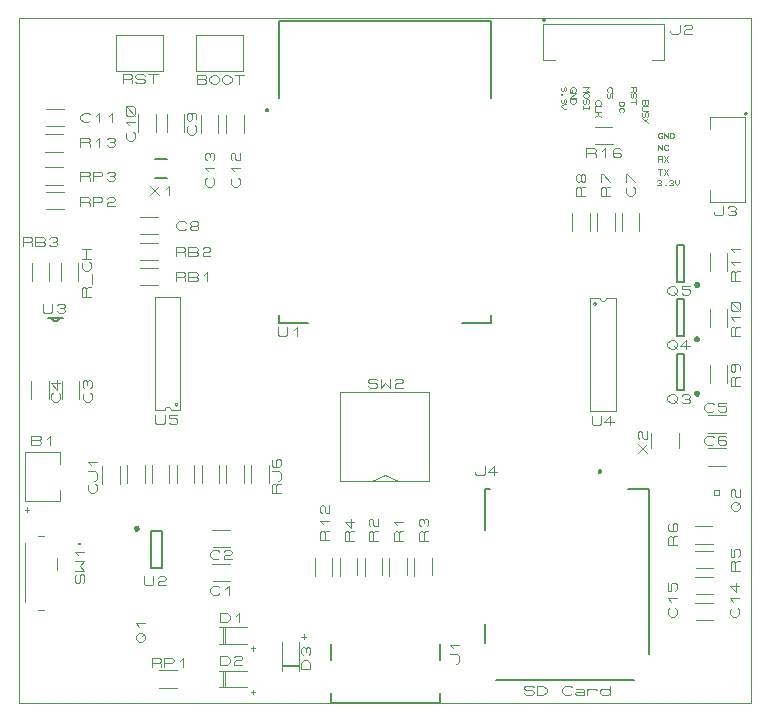
<source format=gbr>
G04 PROTEUS GERBER X2 FILE*
%TF.GenerationSoftware,Labcenter,Proteus,8.17-SP5-Build39395*%
%TF.CreationDate,2024-11-13T15:27:42+00:00*%
%TF.FileFunction,Legend,Top*%
%TF.FilePolarity,Positive*%
%TF.Part,Single*%
%TF.SameCoordinates,{0a1d241a-e0a6-4a76-8978-5e44ef8297c2}*%
%FSLAX45Y45*%
%MOMM*%
G01*
%TA.AperFunction,Material*%
%ADD45C,0.150000*%
%ADD46C,0.101600*%
%ADD47C,0.250000*%
%ADD48C,0.200000*%
%ADD49C,0.127000*%
%ADD50C,0.100000*%
%ADD51C,0.152400*%
%ADD52C,0.025400*%
%ADD53C,0.063500*%
%TA.AperFunction,Profile*%
%ADD43C,0.101600*%
%TA.AperFunction,NonMaterial*%
%ADD54C,0.101600*%
%TD.AperFunction*%
D45*
X-7362000Y+1365000D02*
X-7362000Y+1501000D01*
X-6438000Y+1501000D02*
X-6438000Y+1365000D01*
X-6438000Y+1081000D02*
X-6438000Y+998000D01*
X-7362000Y+998000D01*
X-7362000Y+1081000D01*
D46*
X-6300300Y+1328820D02*
X-6287600Y+1328820D01*
X-6274900Y+1342155D01*
X-6274900Y+1395495D01*
X-6287600Y+1408830D01*
X-6351100Y+1408830D01*
X-6325700Y+1462170D02*
X-6351100Y+1488840D01*
X-6274900Y+1488840D01*
X-8068875Y+1500000D02*
X-8308875Y+1500000D01*
X-8068875Y+1640000D02*
X-8308875Y+1640000D01*
X-8258875Y+1500000D02*
X-8258875Y+1640000D01*
X-8268875Y+1500000D02*
X-8268875Y+1640000D01*
X-7998875Y+1460000D02*
X-8038875Y+1460000D01*
X-8018875Y+1440000D02*
X-8018875Y+1480000D01*
X-8295555Y+1683320D02*
X-8295555Y+1759520D01*
X-8242215Y+1759520D01*
X-8215545Y+1734120D01*
X-8215545Y+1708720D01*
X-8242215Y+1683320D01*
X-8295555Y+1683320D01*
X-8162205Y+1734120D02*
X-8135535Y+1759520D01*
X-8135535Y+1683320D01*
D47*
X-8993112Y+2476008D02*
X-8993155Y+2477047D01*
X-8993507Y+2479126D01*
X-8994244Y+2481205D01*
X-8995448Y+2483284D01*
X-8997289Y+2485334D01*
X-8999368Y+2486837D01*
X-9001447Y+2487794D01*
X-9003526Y+2488333D01*
X-9005605Y+2488508D01*
X-9005612Y+2488508D01*
X-9018112Y+2476008D02*
X-9018069Y+2477047D01*
X-9017717Y+2479126D01*
X-9016980Y+2481205D01*
X-9015776Y+2483284D01*
X-9013935Y+2485334D01*
X-9011856Y+2486837D01*
X-9009777Y+2487794D01*
X-9007698Y+2488333D01*
X-9005619Y+2488508D01*
X-9005612Y+2488508D01*
X-9018112Y+2476008D02*
X-9018069Y+2474969D01*
X-9017717Y+2472890D01*
X-9016980Y+2470811D01*
X-9015776Y+2468732D01*
X-9013935Y+2466682D01*
X-9011856Y+2465179D01*
X-9009777Y+2464222D01*
X-9007698Y+2463683D01*
X-9005619Y+2463508D01*
X-9005612Y+2463508D01*
X-8993112Y+2476008D02*
X-8993155Y+2474969D01*
X-8993507Y+2472890D01*
X-8994244Y+2470811D01*
X-8995448Y+2468732D01*
X-8997289Y+2466682D01*
X-8999368Y+2465179D01*
X-9001447Y+2464222D01*
X-9003526Y+2463683D01*
X-9005605Y+2463508D01*
X-9005612Y+2463508D01*
D48*
X-8880612Y+2141008D02*
X-8790612Y+2141008D01*
X-8790612Y+2451008D01*
X-8880612Y+2451008D01*
X-8880612Y+2141008D01*
D46*
X-8942292Y+2072608D02*
X-8942292Y+2009108D01*
X-8928957Y+1996408D01*
X-8875617Y+1996408D01*
X-8862282Y+2009108D01*
X-8862282Y+2072608D01*
X-8822277Y+2059908D02*
X-8808942Y+2072608D01*
X-8768937Y+2072608D01*
X-8755602Y+2059908D01*
X-8755602Y+2047208D01*
X-8768937Y+2034508D01*
X-8808942Y+2034508D01*
X-8822277Y+2021808D01*
X-8822277Y+1996408D01*
X-8755602Y+1996408D01*
D48*
X-7890000Y+6019000D02*
X-7890035Y+6019831D01*
X-7890316Y+6021495D01*
X-7890906Y+6023159D01*
X-7891870Y+6024823D01*
X-7893345Y+6026464D01*
X-7895009Y+6027665D01*
X-7896673Y+6028430D01*
X-7898337Y+6028861D01*
X-7900000Y+6029000D01*
X-7910000Y+6019000D02*
X-7909965Y+6019831D01*
X-7909684Y+6021495D01*
X-7909094Y+6023159D01*
X-7908130Y+6024823D01*
X-7906655Y+6026464D01*
X-7904991Y+6027665D01*
X-7903327Y+6028430D01*
X-7901663Y+6028861D01*
X-7900000Y+6029000D01*
X-7910000Y+6019000D02*
X-7909965Y+6018169D01*
X-7909684Y+6016505D01*
X-7909094Y+6014841D01*
X-7908130Y+6013177D01*
X-7906655Y+6011536D01*
X-7904991Y+6010335D01*
X-7903327Y+6009570D01*
X-7901663Y+6009139D01*
X-7900000Y+6009000D01*
X-7890000Y+6019000D02*
X-7890035Y+6018169D01*
X-7890316Y+6016505D01*
X-7890906Y+6014841D01*
X-7891870Y+6013177D01*
X-7893345Y+6011536D01*
X-7895009Y+6010335D01*
X-7896673Y+6009570D01*
X-7898337Y+6009139D01*
X-7900000Y+6009000D01*
D49*
X-7800000Y+4284000D02*
X-7800000Y+4219000D01*
X-7555000Y+4219000D01*
X-6245000Y+4219000D02*
X-6000000Y+4219000D01*
X-6000000Y+4284000D01*
X-7800000Y+6119000D02*
X-7800000Y+6769000D01*
X-6000000Y+6769000D01*
X-6000000Y+6119000D01*
D46*
X-7807930Y+4181070D02*
X-7807930Y+4117570D01*
X-7794595Y+4104870D01*
X-7741255Y+4104870D01*
X-7727920Y+4117570D01*
X-7727920Y+4181070D01*
X-7674580Y+4155670D02*
X-7647910Y+4181070D01*
X-7647910Y+4104870D01*
X-5162950Y+4428020D02*
X-5081988Y+4428020D01*
X-5079906Y+4417399D01*
X-5074186Y+4408833D01*
X-5065621Y+4403114D01*
X-5055000Y+4401032D01*
X-5028012Y+4428020D02*
X-5030094Y+4417399D01*
X-5035814Y+4408833D01*
X-5044379Y+4403114D01*
X-5055000Y+4401032D01*
X-5028012Y+4428020D02*
X-4947050Y+4428020D01*
X-5086750Y+3472980D02*
X-5023250Y+3472980D01*
X-5162950Y+4395000D02*
X-5162950Y+3506000D01*
X-4947050Y+4395000D02*
X-4947050Y+3506000D01*
X-5162950Y+4395000D02*
X-5162950Y+4428020D01*
X-4947050Y+4428020D02*
X-4947050Y+4395000D01*
X-5023250Y+3472980D02*
X-4947050Y+3472980D01*
X-4947050Y+3506000D01*
X-5162950Y+3506000D02*
X-5162950Y+3472980D01*
X-5086750Y+3472980D01*
X-5117230Y+4378744D02*
X-5117265Y+4379589D01*
X-5117552Y+4381280D01*
X-5118151Y+4382971D01*
X-5119131Y+4384662D01*
X-5120631Y+4386330D01*
X-5122322Y+4387550D01*
X-5124013Y+4388326D01*
X-5125704Y+4388763D01*
X-5127390Y+4388904D01*
X-5137550Y+4378744D02*
X-5137515Y+4379589D01*
X-5137228Y+4381280D01*
X-5136629Y+4382971D01*
X-5135649Y+4384662D01*
X-5134149Y+4386330D01*
X-5132458Y+4387550D01*
X-5130767Y+4388326D01*
X-5129076Y+4388763D01*
X-5127390Y+4388904D01*
X-5137550Y+4378744D02*
X-5137515Y+4377899D01*
X-5137228Y+4376208D01*
X-5136629Y+4374517D01*
X-5135649Y+4372826D01*
X-5134149Y+4371158D01*
X-5132458Y+4369938D01*
X-5130767Y+4369162D01*
X-5129076Y+4368725D01*
X-5127390Y+4368584D01*
X-5117230Y+4378744D02*
X-5117265Y+4377899D01*
X-5117552Y+4376208D01*
X-5118151Y+4374517D01*
X-5119131Y+4372826D01*
X-5120631Y+4371158D01*
X-5122322Y+4369938D01*
X-5124013Y+4369162D01*
X-5125704Y+4368725D01*
X-5127390Y+4368584D01*
X-5151680Y+3427094D02*
X-5151680Y+3363594D01*
X-5138345Y+3350894D01*
X-5085005Y+3350894D01*
X-5071670Y+3363594D01*
X-5071670Y+3427094D01*
X-4964990Y+3376294D02*
X-5045000Y+3376294D01*
X-4991660Y+3427094D01*
X-4991660Y+3350894D01*
X-6863660Y+2074990D02*
X-6863660Y+2227390D01*
X-6716340Y+2077530D02*
X-6716340Y+2227390D01*
X-6744140Y+2371970D02*
X-6820340Y+2371970D01*
X-6820340Y+2438645D01*
X-6807640Y+2451980D01*
X-6794940Y+2451980D01*
X-6782240Y+2438645D01*
X-6782240Y+2371970D01*
X-6782240Y+2438645D02*
X-6769540Y+2451980D01*
X-6744140Y+2451980D01*
X-6794940Y+2505320D02*
X-6820340Y+2531990D01*
X-6744140Y+2531990D01*
X-7073660Y+2074990D02*
X-7073660Y+2227390D01*
X-6926340Y+2077530D02*
X-6926340Y+2227390D01*
X-6964140Y+2371970D02*
X-7040340Y+2371970D01*
X-7040340Y+2438645D01*
X-7027640Y+2451980D01*
X-7014940Y+2451980D01*
X-7002240Y+2438645D01*
X-7002240Y+2371970D01*
X-7002240Y+2438645D02*
X-6989540Y+2451980D01*
X-6964140Y+2451980D01*
X-7027640Y+2491985D02*
X-7040340Y+2505320D01*
X-7040340Y+2545325D01*
X-7027640Y+2558660D01*
X-7014940Y+2558660D01*
X-7002240Y+2545325D01*
X-7002240Y+2505320D01*
X-6989540Y+2491985D01*
X-6964140Y+2491985D01*
X-6964140Y+2558660D01*
X-5103660Y+4991340D02*
X-5103660Y+5143740D01*
X-4956340Y+4993880D02*
X-4956340Y+5143740D01*
X-4994140Y+5288320D02*
X-5070340Y+5288320D01*
X-5070340Y+5354995D01*
X-5057640Y+5368330D01*
X-5044940Y+5368330D01*
X-5032240Y+5354995D01*
X-5032240Y+5288320D01*
X-5032240Y+5354995D02*
X-5019540Y+5368330D01*
X-4994140Y+5368330D01*
X-5070340Y+5408335D02*
X-5070340Y+5475010D01*
X-5057640Y+5475010D01*
X-4994140Y+5408335D01*
X-5313660Y+4991340D02*
X-5313660Y+5143740D01*
X-5166340Y+4993880D02*
X-5166340Y+5143740D01*
X-5204140Y+5288320D02*
X-5280340Y+5288320D01*
X-5280340Y+5354995D01*
X-5267640Y+5368330D01*
X-5254940Y+5368330D01*
X-5242240Y+5354995D01*
X-5242240Y+5288320D01*
X-5242240Y+5354995D02*
X-5229540Y+5368330D01*
X-5204140Y+5368330D01*
X-5242240Y+5421670D02*
X-5254940Y+5408335D01*
X-5267640Y+5408335D01*
X-5280340Y+5421670D01*
X-5280340Y+5461675D01*
X-5267640Y+5475010D01*
X-5254940Y+5475010D01*
X-5242240Y+5461675D01*
X-5242240Y+5421670D01*
X-5229540Y+5408335D01*
X-5216840Y+5408335D01*
X-5204140Y+5421670D01*
X-5204140Y+5461675D01*
X-5216840Y+5475010D01*
X-5229540Y+5475010D01*
X-5242240Y+5461675D01*
X-7280000Y+2880000D02*
X-6530000Y+2880000D01*
X-6530000Y+3630000D01*
X-7280000Y+3630000D01*
X-7280000Y+2880000D01*
X-6900000Y+2930000D02*
X-7010000Y+2880000D01*
X-6900000Y+2930000D02*
X-6790000Y+2880000D01*
X-6950000Y+3630000D02*
X-6850000Y+3630000D01*
X-7045020Y+3678096D02*
X-7031685Y+3665396D01*
X-6978345Y+3665396D01*
X-6965010Y+3678096D01*
X-6965010Y+3690796D01*
X-6978345Y+3703496D01*
X-7031685Y+3703496D01*
X-7045020Y+3716196D01*
X-7045020Y+3728896D01*
X-7031685Y+3741596D01*
X-6978345Y+3741596D01*
X-6965010Y+3728896D01*
X-6938340Y+3741596D02*
X-6938340Y+3665396D01*
X-6898335Y+3703496D01*
X-6858330Y+3665396D01*
X-6858330Y+3741596D01*
X-6818325Y+3728896D02*
X-6804990Y+3741596D01*
X-6764985Y+3741596D01*
X-6751650Y+3728896D01*
X-6751650Y+3716196D01*
X-6764985Y+3703496D01*
X-6804990Y+3703496D01*
X-6818325Y+3690796D01*
X-6818325Y+3665396D01*
X-6751650Y+3665396D01*
D49*
X-6053000Y+1507494D02*
X-6053000Y+1667000D01*
X-6053000Y+2807000D02*
X-6015000Y+2807000D01*
X-4845000Y+2807000D02*
X-4667000Y+2807000D01*
X-4667000Y+1415000D01*
X-5961000Y+1193000D02*
X-4789000Y+1193000D01*
X-6053000Y+2460000D02*
X-6053000Y+2807000D01*
D48*
X-5072000Y+2958000D02*
X-5072036Y+2958873D01*
X-5072332Y+2960620D01*
X-5072951Y+2962367D01*
X-5073964Y+2964114D01*
X-5075512Y+2965837D01*
X-5077259Y+2967098D01*
X-5079006Y+2967902D01*
X-5080753Y+2968354D01*
X-5082500Y+2968500D01*
X-5093000Y+2958000D02*
X-5092964Y+2958873D01*
X-5092668Y+2960620D01*
X-5092049Y+2962367D01*
X-5091036Y+2964114D01*
X-5089488Y+2965837D01*
X-5087741Y+2967098D01*
X-5085994Y+2967902D01*
X-5084247Y+2968354D01*
X-5082500Y+2968500D01*
X-5093000Y+2958000D02*
X-5092964Y+2957127D01*
X-5092668Y+2955380D01*
X-5092049Y+2953633D01*
X-5091036Y+2951886D01*
X-5089488Y+2950163D01*
X-5087741Y+2948902D01*
X-5085994Y+2948098D01*
X-5084247Y+2947646D01*
X-5082500Y+2947500D01*
X-5072000Y+2958000D02*
X-5072036Y+2957127D01*
X-5072332Y+2955380D01*
X-5072951Y+2953633D01*
X-5073964Y+2951886D01*
X-5075512Y+2950163D01*
X-5077259Y+2948902D01*
X-5079006Y+2948098D01*
X-5080753Y+2947646D01*
X-5082500Y+2947500D01*
D46*
X-6135680Y+2949300D02*
X-6135680Y+2936600D01*
X-6122345Y+2923900D01*
X-6069005Y+2923900D01*
X-6055670Y+2936600D01*
X-6055670Y+3000100D01*
X-5948990Y+2949300D02*
X-6029000Y+2949300D01*
X-5975660Y+3000100D01*
X-5975660Y+2923900D01*
X-6653660Y+2074990D02*
X-6653660Y+2227390D01*
X-6506340Y+2077530D02*
X-6506340Y+2227390D01*
X-6534140Y+2371970D02*
X-6610340Y+2371970D01*
X-6610340Y+2438645D01*
X-6597640Y+2451980D01*
X-6584940Y+2451980D01*
X-6572240Y+2438645D01*
X-6572240Y+2371970D01*
X-6572240Y+2438645D02*
X-6559540Y+2451980D01*
X-6534140Y+2451980D01*
X-6597640Y+2491985D02*
X-6610340Y+2505320D01*
X-6610340Y+2545325D01*
X-6597640Y+2558660D01*
X-6584940Y+2558660D01*
X-6572240Y+2545325D01*
X-6559540Y+2558660D01*
X-6546840Y+2558660D01*
X-6534140Y+2545325D01*
X-6534140Y+2505320D01*
X-6546840Y+2491985D01*
X-6572240Y+2518655D02*
X-6572240Y+2545325D01*
X-7283660Y+2074990D02*
X-7283660Y+2227390D01*
X-7136340Y+2077530D02*
X-7136340Y+2227390D01*
X-7164140Y+2371970D02*
X-7240340Y+2371970D01*
X-7240340Y+2438645D01*
X-7227640Y+2451980D01*
X-7214940Y+2451980D01*
X-7202240Y+2438645D01*
X-7202240Y+2371970D01*
X-7202240Y+2438645D02*
X-7189540Y+2451980D01*
X-7164140Y+2451980D01*
X-7189540Y+2558660D02*
X-7189540Y+2478650D01*
X-7240340Y+2531990D01*
X-7164140Y+2531990D01*
D50*
X-9949120Y+1850000D02*
X-9949120Y+1850000D01*
X-9949120Y+2350000D01*
X-9949120Y+2350000D01*
X-9949120Y+1850000D01*
X-9679120Y+2125000D02*
X-9679120Y+2125000D01*
X-9679120Y+2225000D01*
X-9679120Y+2225000D01*
X-9679120Y+2125000D01*
X-9839120Y+2415000D02*
X-9789120Y+2415000D01*
X-9789120Y+2415000D01*
X-9839120Y+2415000D01*
X-9839120Y+2415000D01*
X-9839120Y+1785000D02*
X-9789120Y+1785000D01*
X-9789120Y+1785000D01*
X-9839120Y+1785000D01*
X-9839120Y+1785000D01*
D48*
X-9484120Y+2350000D02*
X-9489120Y+2345000D01*
X-9484120Y+2340000D01*
X-9479120Y+2345000D01*
X-9484120Y+2350000D01*
D46*
X-9460220Y+2009980D02*
X-9447520Y+2023315D01*
X-9447520Y+2076655D01*
X-9460220Y+2089990D01*
X-9472920Y+2089990D01*
X-9485620Y+2076655D01*
X-9485620Y+2023315D01*
X-9498320Y+2009980D01*
X-9511020Y+2009980D01*
X-9523720Y+2023315D01*
X-9523720Y+2076655D01*
X-9511020Y+2089990D01*
X-9523720Y+2116660D02*
X-9447520Y+2116660D01*
X-9485620Y+2156665D01*
X-9447520Y+2196670D01*
X-9523720Y+2196670D01*
X-9498320Y+2250010D02*
X-9523720Y+2276680D01*
X-9447520Y+2276680D01*
X-9951600Y+2703940D02*
X-9651600Y+2703940D01*
X-9951600Y+3123940D02*
X-9651600Y+3123940D01*
X-9951600Y+2703940D02*
X-9951600Y+3123940D01*
X-9651600Y+2703940D02*
X-9651600Y+2803940D01*
X-9651600Y+3123940D02*
X-9651600Y+3023940D01*
X-9931600Y+2653940D02*
X-9931600Y+2613940D01*
X-9951600Y+2633940D02*
X-9911600Y+2633940D01*
X-9896860Y+3185840D02*
X-9896860Y+3262040D01*
X-9830185Y+3262040D01*
X-9816850Y+3249340D01*
X-9816850Y+3236640D01*
X-9830185Y+3223940D01*
X-9816850Y+3211240D01*
X-9816850Y+3198540D01*
X-9830185Y+3185840D01*
X-9896860Y+3185840D01*
X-9896860Y+3223940D02*
X-9830185Y+3223940D01*
X-9763510Y+3236640D02*
X-9736840Y+3262040D01*
X-9736840Y+3185840D01*
X-8987088Y+1510654D02*
X-9012488Y+1537324D01*
X-9012488Y+1563994D01*
X-8987088Y+1590664D01*
X-8961688Y+1590664D01*
X-8936288Y+1563994D01*
X-8936288Y+1537324D01*
X-8961688Y+1510654D01*
X-8987088Y+1510654D01*
X-8961688Y+1563994D02*
X-8936288Y+1590664D01*
X-8987088Y+1644004D02*
X-9012488Y+1670674D01*
X-8936288Y+1670674D01*
X-8068875Y+1130000D02*
X-8308875Y+1130000D01*
X-8068875Y+1270000D02*
X-8308875Y+1270000D01*
X-8258875Y+1130000D02*
X-8258875Y+1270000D01*
X-8268875Y+1130000D02*
X-8268875Y+1270000D01*
X-7998875Y+1090000D02*
X-8038875Y+1090000D01*
X-8018875Y+1070000D02*
X-8018875Y+1110000D01*
X-8295555Y+1323320D02*
X-8295555Y+1399520D01*
X-8242215Y+1399520D01*
X-8215545Y+1374120D01*
X-8215545Y+1348720D01*
X-8242215Y+1323320D01*
X-8295555Y+1323320D01*
X-8175540Y+1386820D02*
X-8162205Y+1399520D01*
X-8122200Y+1399520D01*
X-8108865Y+1386820D01*
X-8108865Y+1374120D01*
X-8122200Y+1361420D01*
X-8162205Y+1361420D01*
X-8175540Y+1348720D01*
X-8175540Y+1323320D01*
X-8108865Y+1323320D01*
X-8660728Y+1126340D02*
X-8813128Y+1126340D01*
X-8663268Y+1273660D02*
X-8813128Y+1273660D01*
X-8874408Y+1299660D02*
X-8874408Y+1375860D01*
X-8807733Y+1375860D01*
X-8794398Y+1363160D01*
X-8794398Y+1350460D01*
X-8807733Y+1337760D01*
X-8874408Y+1337760D01*
X-8807733Y+1337760D02*
X-8794398Y+1325060D01*
X-8794398Y+1299660D01*
X-8767728Y+1299660D02*
X-8767728Y+1375860D01*
X-8701053Y+1375860D01*
X-8687718Y+1363160D01*
X-8687718Y+1350460D01*
X-8701053Y+1337760D01*
X-8767728Y+1337760D01*
X-8634378Y+1350460D02*
X-8607708Y+1375860D01*
X-8607708Y+1299660D01*
X-8362022Y+2174668D02*
X-8209622Y+2174668D01*
X-8359482Y+2027348D02*
X-8209622Y+2027348D01*
X-8305032Y+1927848D02*
X-8318367Y+1915148D01*
X-8358372Y+1915148D01*
X-8385042Y+1940548D01*
X-8385042Y+1965948D01*
X-8358372Y+1991348D01*
X-8318367Y+1991348D01*
X-8305032Y+1978648D01*
X-8251692Y+1965948D02*
X-8225022Y+1991348D01*
X-8225022Y+1915148D01*
X-8362022Y+2464668D02*
X-8209622Y+2464668D01*
X-8359482Y+2317348D02*
X-8209622Y+2317348D01*
X-8305032Y+2227848D02*
X-8318367Y+2215148D01*
X-8358372Y+2215148D01*
X-8385042Y+2240548D01*
X-8385042Y+2265948D01*
X-8358372Y+2291348D01*
X-8318367Y+2291348D01*
X-8305032Y+2278648D01*
X-8265027Y+2278648D02*
X-8251692Y+2291348D01*
X-8211687Y+2291348D01*
X-8198352Y+2278648D01*
X-8198352Y+2265948D01*
X-8211687Y+2253248D01*
X-8251692Y+2253248D01*
X-8265027Y+2240548D01*
X-8265027Y+2215148D01*
X-8198352Y+2215148D01*
D51*
X-9629500Y+4259980D02*
X-9659980Y+4259980D01*
X-9720940Y+4259980D01*
X-9751420Y+4259980D01*
X-9659980Y+4259980D02*
X-9662376Y+4248116D01*
X-9668908Y+4238428D01*
X-9678597Y+4231896D01*
X-9690460Y+4229500D01*
X-9702323Y+4231896D01*
X-9712012Y+4238428D01*
X-9718544Y+4248116D01*
X-9720940Y+4259980D01*
D46*
X-9797140Y+4376960D02*
X-9797140Y+4313460D01*
X-9783805Y+4300760D01*
X-9730465Y+4300760D01*
X-9717130Y+4313460D01*
X-9717130Y+4376960D01*
X-9677125Y+4364260D02*
X-9663790Y+4376960D01*
X-9623785Y+4376960D01*
X-9610450Y+4364260D01*
X-9610450Y+4351560D01*
X-9623785Y+4338860D01*
X-9610450Y+4326160D01*
X-9610450Y+4313460D01*
X-9623785Y+4300760D01*
X-9663790Y+4300760D01*
X-9677125Y+4313460D01*
X-9650455Y+4338860D02*
X-9623785Y+4338860D01*
X-9488180Y+3723385D02*
X-9488180Y+3570985D01*
X-9635500Y+3720845D02*
X-9635500Y+3570985D01*
X-9394200Y+3623055D02*
X-9381500Y+3609720D01*
X-9381500Y+3569715D01*
X-9406900Y+3543045D01*
X-9432300Y+3543045D01*
X-9457700Y+3569715D01*
X-9457700Y+3609720D01*
X-9445000Y+3623055D01*
X-9445000Y+3663060D02*
X-9457700Y+3676395D01*
X-9457700Y+3716400D01*
X-9445000Y+3729735D01*
X-9432300Y+3729735D01*
X-9419600Y+3716400D01*
X-9406900Y+3729735D01*
X-9394200Y+3729735D01*
X-9381500Y+3716400D01*
X-9381500Y+3676395D01*
X-9394200Y+3663060D01*
X-9419600Y+3689730D02*
X-9419600Y+3716400D01*
X-9643660Y+4568860D02*
X-9643660Y+4721260D01*
X-9496340Y+4571400D02*
X-9496340Y+4721260D01*
X-9394140Y+4439160D02*
X-9470340Y+4439160D01*
X-9470340Y+4505835D01*
X-9457640Y+4519170D01*
X-9444940Y+4519170D01*
X-9432240Y+4505835D01*
X-9432240Y+4439160D01*
X-9432240Y+4505835D02*
X-9419540Y+4519170D01*
X-9394140Y+4519170D01*
X-9381440Y+4545840D02*
X-9381440Y+4625850D01*
X-9406840Y+4732530D02*
X-9394140Y+4719195D01*
X-9394140Y+4679190D01*
X-9419540Y+4652520D01*
X-9444940Y+4652520D01*
X-9470340Y+4679190D01*
X-9470340Y+4719195D01*
X-9457640Y+4732530D01*
X-9394140Y+4759200D02*
X-9470340Y+4759200D01*
X-9470340Y+4839210D02*
X-9394140Y+4839210D01*
X-9432240Y+4759200D02*
X-9432240Y+4839210D01*
X-9893660Y+4568860D02*
X-9893660Y+4721260D01*
X-9746340Y+4571400D02*
X-9746340Y+4721260D01*
X-9968140Y+4864420D02*
X-9968140Y+4940620D01*
X-9901465Y+4940620D01*
X-9888130Y+4927920D01*
X-9888130Y+4915220D01*
X-9901465Y+4902520D01*
X-9968140Y+4902520D01*
X-9901465Y+4902520D02*
X-9888130Y+4889820D01*
X-9888130Y+4864420D01*
X-9861460Y+4864420D02*
X-9861460Y+4940620D01*
X-9794785Y+4940620D01*
X-9781450Y+4927920D01*
X-9781450Y+4915220D01*
X-9794785Y+4902520D01*
X-9781450Y+4889820D01*
X-9781450Y+4877120D01*
X-9794785Y+4864420D01*
X-9861460Y+4864420D01*
X-9861460Y+4902520D02*
X-9794785Y+4902520D01*
X-9741445Y+4927920D02*
X-9728110Y+4940620D01*
X-9688105Y+4940620D01*
X-9674770Y+4927920D01*
X-9674770Y+4915220D01*
X-9688105Y+4902520D01*
X-9674770Y+4889820D01*
X-9674770Y+4877120D01*
X-9688105Y+4864420D01*
X-9728110Y+4864420D01*
X-9741445Y+4877120D01*
X-9714775Y+4902520D02*
X-9688105Y+4902520D01*
X-9747260Y+3723385D02*
X-9747260Y+3570985D01*
X-9894580Y+3720845D02*
X-9894580Y+3570985D01*
X-9663280Y+3623055D02*
X-9650580Y+3609720D01*
X-9650580Y+3569715D01*
X-9675980Y+3543045D01*
X-9701380Y+3543045D01*
X-9726780Y+3569715D01*
X-9726780Y+3609720D01*
X-9714080Y+3623055D01*
X-9675980Y+3729735D02*
X-9675980Y+3649725D01*
X-9726780Y+3703065D01*
X-9650580Y+3703065D01*
X-8632400Y+3476980D02*
X-8713362Y+3476980D01*
X-8715444Y+3487601D01*
X-8721164Y+3496167D01*
X-8729729Y+3501886D01*
X-8740350Y+3503968D01*
X-8767338Y+3476980D02*
X-8765256Y+3487601D01*
X-8759536Y+3496167D01*
X-8750971Y+3501886D01*
X-8740350Y+3503968D01*
X-8767338Y+3476980D02*
X-8848300Y+3476980D01*
X-8708600Y+4432020D02*
X-8772100Y+4432020D01*
X-8632400Y+3510000D02*
X-8632400Y+4399000D01*
X-8848300Y+3510000D02*
X-8848300Y+4399000D01*
X-8632400Y+3510000D02*
X-8632400Y+3476980D01*
X-8848300Y+3476980D02*
X-8848300Y+3510000D01*
X-8772100Y+4432020D02*
X-8848300Y+4432020D01*
X-8848300Y+4399000D01*
X-8632400Y+4399000D02*
X-8632400Y+4432020D01*
X-8708600Y+4432020D01*
X-8657800Y+3526256D02*
X-8657835Y+3527101D01*
X-8658122Y+3528792D01*
X-8658721Y+3530483D01*
X-8659701Y+3532174D01*
X-8661201Y+3533842D01*
X-8662892Y+3535062D01*
X-8664583Y+3535838D01*
X-8666274Y+3536275D01*
X-8667960Y+3536416D01*
X-8678120Y+3526256D02*
X-8678085Y+3527101D01*
X-8677798Y+3528792D01*
X-8677199Y+3530483D01*
X-8676219Y+3532174D01*
X-8674719Y+3533842D01*
X-8673028Y+3535062D01*
X-8671337Y+3535838D01*
X-8669646Y+3536275D01*
X-8667960Y+3536416D01*
X-8678120Y+3526256D02*
X-8678085Y+3525411D01*
X-8677798Y+3523720D01*
X-8677199Y+3522029D01*
X-8676219Y+3520338D01*
X-8674719Y+3518670D01*
X-8673028Y+3517450D01*
X-8671337Y+3516674D01*
X-8669646Y+3516237D01*
X-8667960Y+3516096D01*
X-8657800Y+3526256D02*
X-8657835Y+3525411D01*
X-8658122Y+3523720D01*
X-8658721Y+3522029D01*
X-8659701Y+3520338D01*
X-8661201Y+3518670D01*
X-8662892Y+3517450D01*
X-8664583Y+3516674D01*
X-8666274Y+3516237D01*
X-8667960Y+3516096D01*
X-8847030Y+3433300D02*
X-8847030Y+3369800D01*
X-8833695Y+3357100D01*
X-8780355Y+3357100D01*
X-8767020Y+3369800D01*
X-8767020Y+3433300D01*
X-8660340Y+3433300D02*
X-8727015Y+3433300D01*
X-8727015Y+3407900D01*
X-8673675Y+3407900D01*
X-8660340Y+3395200D01*
X-8660340Y+3369800D01*
X-8673675Y+3357100D01*
X-8713680Y+3357100D01*
X-8727015Y+3369800D01*
X-8663660Y+2859480D02*
X-8663660Y+3011880D01*
X-8516340Y+2862020D02*
X-8516340Y+3011880D01*
X-8453660Y+2859480D02*
X-8453660Y+3011880D01*
X-8306340Y+2862020D02*
X-8306340Y+3011880D01*
X-8243660Y+2859480D02*
X-8243660Y+3011880D01*
X-8096340Y+2862020D02*
X-8096340Y+3011880D01*
X-8033660Y+2859480D02*
X-8033660Y+3011880D01*
X-7886340Y+2862020D02*
X-7886340Y+3011880D01*
X-7784140Y+2773120D02*
X-7860340Y+2773120D01*
X-7860340Y+2839795D01*
X-7847640Y+2853130D01*
X-7834940Y+2853130D01*
X-7822240Y+2839795D01*
X-7822240Y+2773120D01*
X-7822240Y+2839795D02*
X-7809540Y+2853130D01*
X-7784140Y+2853130D01*
X-7809540Y+2879800D02*
X-7796840Y+2879800D01*
X-7784140Y+2893135D01*
X-7784140Y+2946475D01*
X-7796840Y+2959810D01*
X-7860340Y+2959810D01*
X-7847640Y+3066490D02*
X-7860340Y+3053155D01*
X-7860340Y+3013150D01*
X-7847640Y+2999815D01*
X-7796840Y+2999815D01*
X-7784140Y+3013150D01*
X-7784140Y+3053155D01*
X-7796840Y+3066490D01*
X-7809540Y+3066490D01*
X-7822240Y+3053155D01*
X-7822240Y+2999815D01*
X-9083660Y+2859480D02*
X-9083660Y+3011880D01*
X-8936340Y+2862020D02*
X-8936340Y+3011880D01*
X-8873660Y+2859480D02*
X-8873660Y+3011880D01*
X-8726340Y+2862020D02*
X-8726340Y+3011880D01*
X-9146340Y+3006800D02*
X-9146340Y+2854400D01*
X-9293660Y+3004260D02*
X-9293660Y+2854400D01*
X-9352360Y+2853130D02*
X-9339660Y+2839795D01*
X-9339660Y+2799790D01*
X-9365060Y+2773120D01*
X-9390460Y+2773120D01*
X-9415860Y+2799790D01*
X-9415860Y+2839795D01*
X-9403160Y+2853130D01*
X-9365060Y+2879800D02*
X-9352360Y+2879800D01*
X-9339660Y+2893135D01*
X-9339660Y+2946475D01*
X-9352360Y+2959810D01*
X-9415860Y+2959810D01*
X-9390460Y+3013150D02*
X-9415860Y+3039820D01*
X-9339660Y+3039820D01*
X-8818860Y+4746340D02*
X-8971260Y+4746340D01*
X-8821400Y+4893660D02*
X-8971260Y+4893660D01*
X-8672540Y+4779660D02*
X-8672540Y+4855860D01*
X-8605865Y+4855860D01*
X-8592530Y+4843160D01*
X-8592530Y+4830460D01*
X-8605865Y+4817760D01*
X-8672540Y+4817760D01*
X-8605865Y+4817760D02*
X-8592530Y+4805060D01*
X-8592530Y+4779660D01*
X-8565860Y+4779660D02*
X-8565860Y+4855860D01*
X-8499185Y+4855860D01*
X-8485850Y+4843160D01*
X-8485850Y+4830460D01*
X-8499185Y+4817760D01*
X-8485850Y+4805060D01*
X-8485850Y+4792360D01*
X-8499185Y+4779660D01*
X-8565860Y+4779660D01*
X-8565860Y+4817760D02*
X-8499185Y+4817760D01*
X-8445845Y+4843160D02*
X-8432510Y+4855860D01*
X-8392505Y+4855860D01*
X-8379170Y+4843160D01*
X-8379170Y+4830460D01*
X-8392505Y+4817760D01*
X-8432510Y+4817760D01*
X-8445845Y+4805060D01*
X-8445845Y+4779660D01*
X-8379170Y+4779660D01*
X-8818860Y+4536340D02*
X-8971260Y+4536340D01*
X-8821400Y+4683660D02*
X-8971260Y+4683660D01*
X-8672540Y+4569660D02*
X-8672540Y+4645860D01*
X-8605865Y+4645860D01*
X-8592530Y+4633160D01*
X-8592530Y+4620460D01*
X-8605865Y+4607760D01*
X-8672540Y+4607760D01*
X-8605865Y+4607760D02*
X-8592530Y+4595060D01*
X-8592530Y+4569660D01*
X-8565860Y+4569660D02*
X-8565860Y+4645860D01*
X-8499185Y+4645860D01*
X-8485850Y+4633160D01*
X-8485850Y+4620460D01*
X-8499185Y+4607760D01*
X-8485850Y+4595060D01*
X-8485850Y+4582360D01*
X-8499185Y+4569660D01*
X-8565860Y+4569660D01*
X-8565860Y+4607760D02*
X-8499185Y+4607760D01*
X-8432510Y+4620460D02*
X-8405840Y+4645860D01*
X-8405840Y+4569660D01*
X-8818860Y+4966340D02*
X-8971260Y+4966340D01*
X-8821400Y+5113660D02*
X-8971260Y+5113660D01*
X-8589190Y+5012360D02*
X-8602525Y+4999660D01*
X-8642530Y+4999660D01*
X-8669200Y+5025060D01*
X-8669200Y+5050460D01*
X-8642530Y+5075860D01*
X-8602525Y+5075860D01*
X-8589190Y+5063160D01*
X-8535850Y+5037760D02*
X-8549185Y+5050460D01*
X-8549185Y+5063160D01*
X-8535850Y+5075860D01*
X-8495845Y+5075860D01*
X-8482510Y+5063160D01*
X-8482510Y+5050460D01*
X-8495845Y+5037760D01*
X-8535850Y+5037760D01*
X-8549185Y+5025060D01*
X-8549185Y+5012360D01*
X-8535850Y+4999660D01*
X-8495845Y+4999660D01*
X-8482510Y+5012360D01*
X-8482510Y+5025060D01*
X-8495845Y+5037760D01*
X-8096340Y+5978660D02*
X-8096340Y+5826260D01*
X-8243660Y+5976120D02*
X-8243660Y+5826260D01*
X-8142360Y+5444990D02*
X-8129660Y+5431655D01*
X-8129660Y+5391650D01*
X-8155060Y+5364980D01*
X-8180460Y+5364980D01*
X-8205860Y+5391650D01*
X-8205860Y+5431655D01*
X-8193160Y+5444990D01*
X-8180460Y+5498330D02*
X-8205860Y+5525000D01*
X-8129660Y+5525000D01*
X-8193160Y+5591675D02*
X-8205860Y+5605010D01*
X-8205860Y+5645015D01*
X-8193160Y+5658350D01*
X-8180460Y+5658350D01*
X-8167760Y+5645015D01*
X-8167760Y+5605010D01*
X-8155060Y+5591675D01*
X-8129660Y+5591675D01*
X-8129660Y+5658350D01*
X-8311340Y+5978660D02*
X-8311340Y+5826260D01*
X-8458660Y+5976120D02*
X-8458660Y+5826260D01*
X-8357360Y+5444990D02*
X-8344660Y+5431655D01*
X-8344660Y+5391650D01*
X-8370060Y+5364980D01*
X-8395460Y+5364980D01*
X-8420860Y+5391650D01*
X-8420860Y+5431655D01*
X-8408160Y+5444990D01*
X-8395460Y+5498330D02*
X-8420860Y+5525000D01*
X-8344660Y+5525000D01*
X-8408160Y+5591675D02*
X-8420860Y+5605010D01*
X-8420860Y+5645015D01*
X-8408160Y+5658350D01*
X-8395460Y+5658350D01*
X-8382760Y+5645015D01*
X-8370060Y+5658350D01*
X-8357360Y+5658350D01*
X-8344660Y+5645015D01*
X-8344660Y+5605010D01*
X-8357360Y+5591675D01*
X-8382760Y+5618345D02*
X-8382760Y+5645015D01*
X-9773660Y+5323660D02*
X-9621260Y+5323660D01*
X-9771120Y+5176340D02*
X-9621260Y+5176340D01*
X-9480020Y+5204140D02*
X-9480020Y+5280340D01*
X-9413345Y+5280340D01*
X-9400010Y+5267640D01*
X-9400010Y+5254940D01*
X-9413345Y+5242240D01*
X-9480020Y+5242240D01*
X-9413345Y+5242240D02*
X-9400010Y+5229540D01*
X-9400010Y+5204140D01*
X-9373340Y+5204140D02*
X-9373340Y+5280340D01*
X-9306665Y+5280340D01*
X-9293330Y+5267640D01*
X-9293330Y+5254940D01*
X-9306665Y+5242240D01*
X-9373340Y+5242240D01*
X-9253325Y+5267640D02*
X-9239990Y+5280340D01*
X-9199985Y+5280340D01*
X-9186650Y+5267640D01*
X-9186650Y+5254940D01*
X-9199985Y+5242240D01*
X-9239990Y+5242240D01*
X-9253325Y+5229540D01*
X-9253325Y+5204140D01*
X-9186650Y+5204140D01*
X-9626340Y+5386340D02*
X-9778740Y+5386340D01*
X-9628880Y+5533660D02*
X-9778740Y+5533660D01*
X-9480020Y+5419660D02*
X-9480020Y+5495860D01*
X-9413345Y+5495860D01*
X-9400010Y+5483160D01*
X-9400010Y+5470460D01*
X-9413345Y+5457760D01*
X-9480020Y+5457760D01*
X-9413345Y+5457760D02*
X-9400010Y+5445060D01*
X-9400010Y+5419660D01*
X-9373340Y+5419660D02*
X-9373340Y+5495860D01*
X-9306665Y+5495860D01*
X-9293330Y+5483160D01*
X-9293330Y+5470460D01*
X-9306665Y+5457760D01*
X-9373340Y+5457760D01*
X-9253325Y+5483160D02*
X-9239990Y+5495860D01*
X-9199985Y+5495860D01*
X-9186650Y+5483160D01*
X-9186650Y+5470460D01*
X-9199985Y+5457760D01*
X-9186650Y+5445060D01*
X-9186650Y+5432360D01*
X-9199985Y+5419660D01*
X-9239990Y+5419660D01*
X-9253325Y+5432360D01*
X-9226655Y+5457760D02*
X-9199985Y+5457760D01*
X-9180000Y+6350000D02*
X-8780000Y+6350000D01*
X-8780000Y+6650000D01*
X-9180000Y+6650000D01*
X-9180000Y+6350000D01*
X-9120020Y+6243320D02*
X-9120020Y+6319520D01*
X-9053345Y+6319520D01*
X-9040010Y+6306820D01*
X-9040010Y+6294120D01*
X-9053345Y+6281420D01*
X-9120020Y+6281420D01*
X-9053345Y+6281420D02*
X-9040010Y+6268720D01*
X-9040010Y+6243320D01*
X-9013340Y+6256020D02*
X-9000005Y+6243320D01*
X-8946665Y+6243320D01*
X-8933330Y+6256020D01*
X-8933330Y+6268720D01*
X-8946665Y+6281420D01*
X-9000005Y+6281420D01*
X-9013340Y+6294120D01*
X-9013340Y+6306820D01*
X-9000005Y+6319520D01*
X-8946665Y+6319520D01*
X-8933330Y+6306820D01*
X-8906660Y+6319520D02*
X-8826650Y+6319520D01*
X-8866655Y+6319520D02*
X-8866655Y+6243320D01*
X-9773660Y+6027600D02*
X-9621260Y+6027600D01*
X-9771120Y+5880280D02*
X-9621260Y+5880280D01*
X-9400010Y+5930780D02*
X-9413345Y+5918080D01*
X-9453350Y+5918080D01*
X-9480020Y+5943480D01*
X-9480020Y+5968880D01*
X-9453350Y+5994280D01*
X-9413345Y+5994280D01*
X-9400010Y+5981580D01*
X-9346670Y+5968880D02*
X-9320000Y+5994280D01*
X-9320000Y+5918080D01*
X-9239990Y+5968880D02*
X-9213320Y+5994280D01*
X-9213320Y+5918080D01*
X-9626340Y+5665280D02*
X-9778740Y+5665280D01*
X-9628880Y+5812600D02*
X-9778740Y+5812600D01*
X-9480020Y+5708600D02*
X-9480020Y+5784800D01*
X-9413345Y+5784800D01*
X-9400010Y+5772100D01*
X-9400010Y+5759400D01*
X-9413345Y+5746700D01*
X-9480020Y+5746700D01*
X-9413345Y+5746700D02*
X-9400010Y+5734000D01*
X-9400010Y+5708600D01*
X-9346670Y+5759400D02*
X-9320000Y+5784800D01*
X-9320000Y+5708600D01*
X-9253325Y+5772100D02*
X-9239990Y+5784800D01*
X-9199985Y+5784800D01*
X-9186650Y+5772100D01*
X-9186650Y+5759400D01*
X-9199985Y+5746700D01*
X-9186650Y+5734000D01*
X-9186650Y+5721300D01*
X-9199985Y+5708600D01*
X-9239990Y+5708600D01*
X-9253325Y+5721300D01*
X-9226655Y+5746700D02*
X-9199985Y+5746700D01*
X-8500000Y+6350000D02*
X-8100000Y+6350000D01*
X-8100000Y+6650000D01*
X-8500000Y+6650000D01*
X-8500000Y+6350000D01*
X-8493360Y+6240480D02*
X-8493360Y+6316680D01*
X-8426685Y+6316680D01*
X-8413350Y+6303980D01*
X-8413350Y+6291280D01*
X-8426685Y+6278580D01*
X-8413350Y+6265880D01*
X-8413350Y+6253180D01*
X-8426685Y+6240480D01*
X-8493360Y+6240480D01*
X-8493360Y+6278580D02*
X-8426685Y+6278580D01*
X-8386680Y+6291280D02*
X-8360010Y+6316680D01*
X-8333340Y+6316680D01*
X-8306670Y+6291280D01*
X-8306670Y+6265880D01*
X-8333340Y+6240480D01*
X-8360010Y+6240480D01*
X-8386680Y+6265880D01*
X-8386680Y+6291280D01*
X-8280000Y+6291280D02*
X-8253330Y+6316680D01*
X-8226660Y+6316680D01*
X-8199990Y+6291280D01*
X-8199990Y+6265880D01*
X-8226660Y+6240480D01*
X-8253330Y+6240480D01*
X-8280000Y+6265880D01*
X-8280000Y+6291280D01*
X-8173320Y+6316680D02*
X-8093310Y+6316680D01*
X-8133315Y+6316680D02*
X-8133315Y+6240480D01*
X-4273660Y+1843660D02*
X-4121260Y+1843660D01*
X-4271120Y+1696340D02*
X-4121260Y+1696340D01*
X-3914600Y+1802230D02*
X-3901900Y+1788895D01*
X-3901900Y+1748890D01*
X-3927300Y+1722220D01*
X-3952700Y+1722220D01*
X-3978100Y+1748890D01*
X-3978100Y+1788895D01*
X-3965400Y+1802230D01*
X-3952700Y+1855570D02*
X-3978100Y+1882240D01*
X-3901900Y+1882240D01*
X-3927300Y+2015590D02*
X-3927300Y+1935580D01*
X-3978100Y+1988920D01*
X-3901900Y+1988920D01*
X-4273660Y+2063660D02*
X-4121260Y+2063660D01*
X-4271120Y+1916340D02*
X-4121260Y+1916340D01*
X-4444600Y+1802230D02*
X-4431900Y+1788895D01*
X-4431900Y+1748890D01*
X-4457300Y+1722220D01*
X-4482700Y+1722220D01*
X-4508100Y+1748890D01*
X-4508100Y+1788895D01*
X-4495400Y+1802230D01*
X-4482700Y+1855570D02*
X-4508100Y+1882240D01*
X-4431900Y+1882240D01*
X-4508100Y+2015590D02*
X-4508100Y+1948915D01*
X-4482700Y+1948915D01*
X-4482700Y+2002255D01*
X-4470000Y+2015590D01*
X-4444600Y+2015590D01*
X-4431900Y+2002255D01*
X-4431900Y+1962250D01*
X-4444600Y+1948915D01*
D49*
X-8845000Y+5600010D02*
X-8745000Y+5600010D01*
X-8845000Y+5439990D02*
X-8745000Y+5439990D01*
D46*
X-8891680Y+5377960D02*
X-8811670Y+5301760D01*
X-8891680Y+5301760D02*
X-8811670Y+5377960D01*
X-8758330Y+5352560D02*
X-8731660Y+5377960D01*
X-8731660Y+5301760D01*
X-8748660Y+5831340D02*
X-8748660Y+5983740D01*
X-8601340Y+5833880D02*
X-8601340Y+5983740D01*
X-8511840Y+5888330D02*
X-8499140Y+5874995D01*
X-8499140Y+5834990D01*
X-8524540Y+5808320D01*
X-8549940Y+5808320D01*
X-8575340Y+5834990D01*
X-8575340Y+5874995D01*
X-8562640Y+5888330D01*
X-8549940Y+5995010D02*
X-8537240Y+5981675D01*
X-8537240Y+5941670D01*
X-8549940Y+5928335D01*
X-8562640Y+5928335D01*
X-8575340Y+5941670D01*
X-8575340Y+5981675D01*
X-8562640Y+5995010D01*
X-8511840Y+5995010D01*
X-8499140Y+5981675D01*
X-8499140Y+5941670D01*
X-8988660Y+5831340D02*
X-8988660Y+5983740D01*
X-8841340Y+5833880D02*
X-8841340Y+5983740D01*
X-9031840Y+5834990D02*
X-9019140Y+5821655D01*
X-9019140Y+5781650D01*
X-9044540Y+5754980D01*
X-9069940Y+5754980D01*
X-9095340Y+5781650D01*
X-9095340Y+5821655D01*
X-9082640Y+5834990D01*
X-9069940Y+5888330D02*
X-9095340Y+5915000D01*
X-9019140Y+5915000D01*
X-9031840Y+5968340D02*
X-9082640Y+5968340D01*
X-9095340Y+5981675D01*
X-9095340Y+6035015D01*
X-9082640Y+6048350D01*
X-9031840Y+6048350D01*
X-9019140Y+6035015D01*
X-9019140Y+5981675D01*
X-9031840Y+5968340D01*
X-9019140Y+5968340D02*
X-9095340Y+6048350D01*
D47*
X-4249984Y+3620000D02*
X-4250027Y+3621039D01*
X-4250379Y+3623118D01*
X-4251116Y+3625197D01*
X-4252320Y+3627276D01*
X-4254161Y+3629326D01*
X-4256240Y+3630829D01*
X-4258319Y+3631786D01*
X-4260398Y+3632325D01*
X-4262477Y+3632500D01*
X-4262484Y+3632500D01*
X-4274984Y+3620000D02*
X-4274941Y+3621039D01*
X-4274589Y+3623118D01*
X-4273852Y+3625197D01*
X-4272648Y+3627276D01*
X-4270807Y+3629326D01*
X-4268728Y+3630829D01*
X-4266649Y+3631786D01*
X-4264570Y+3632325D01*
X-4262491Y+3632500D01*
X-4262484Y+3632500D01*
X-4274984Y+3620000D02*
X-4274941Y+3618961D01*
X-4274589Y+3616882D01*
X-4273852Y+3614803D01*
X-4272648Y+3612724D01*
X-4270807Y+3610674D01*
X-4268728Y+3609171D01*
X-4266649Y+3608214D01*
X-4264570Y+3607675D01*
X-4262491Y+3607500D01*
X-4262484Y+3607500D01*
X-4249984Y+3620000D02*
X-4250027Y+3618961D01*
X-4250379Y+3616882D01*
X-4251116Y+3614803D01*
X-4252320Y+3612724D01*
X-4254161Y+3610674D01*
X-4256240Y+3609171D01*
X-4258319Y+3608214D01*
X-4260398Y+3607675D01*
X-4262477Y+3607500D01*
X-4262484Y+3607500D01*
D48*
X-4372484Y+3955000D02*
X-4432484Y+3955000D01*
X-4432484Y+3645000D01*
X-4372484Y+3645000D01*
X-4372484Y+3955000D01*
D46*
X-4509164Y+3584200D02*
X-4482494Y+3609600D01*
X-4455824Y+3609600D01*
X-4429154Y+3584200D01*
X-4429154Y+3558800D01*
X-4455824Y+3533400D01*
X-4482494Y+3533400D01*
X-4509164Y+3558800D01*
X-4509164Y+3584200D01*
X-4455824Y+3558800D02*
X-4429154Y+3533400D01*
X-4389149Y+3596900D02*
X-4375814Y+3609600D01*
X-4335809Y+3609600D01*
X-4322474Y+3596900D01*
X-4322474Y+3584200D01*
X-4335809Y+3571500D01*
X-4322474Y+3558800D01*
X-4322474Y+3546100D01*
X-4335809Y+3533400D01*
X-4375814Y+3533400D01*
X-4389149Y+3546100D01*
X-4362479Y+3571500D02*
X-4335809Y+3571500D01*
D47*
X-4249984Y+4080000D02*
X-4250027Y+4081039D01*
X-4250379Y+4083118D01*
X-4251116Y+4085197D01*
X-4252320Y+4087276D01*
X-4254161Y+4089326D01*
X-4256240Y+4090829D01*
X-4258319Y+4091786D01*
X-4260398Y+4092325D01*
X-4262477Y+4092500D01*
X-4262484Y+4092500D01*
X-4274984Y+4080000D02*
X-4274941Y+4081039D01*
X-4274589Y+4083118D01*
X-4273852Y+4085197D01*
X-4272648Y+4087276D01*
X-4270807Y+4089326D01*
X-4268728Y+4090829D01*
X-4266649Y+4091786D01*
X-4264570Y+4092325D01*
X-4262491Y+4092500D01*
X-4262484Y+4092500D01*
X-4274984Y+4080000D02*
X-4274941Y+4078961D01*
X-4274589Y+4076882D01*
X-4273852Y+4074803D01*
X-4272648Y+4072724D01*
X-4270807Y+4070674D01*
X-4268728Y+4069171D01*
X-4266649Y+4068214D01*
X-4264570Y+4067675D01*
X-4262491Y+4067500D01*
X-4262484Y+4067500D01*
X-4249984Y+4080000D02*
X-4250027Y+4078961D01*
X-4250379Y+4076882D01*
X-4251116Y+4074803D01*
X-4252320Y+4072724D01*
X-4254161Y+4070674D01*
X-4256240Y+4069171D01*
X-4258319Y+4068214D01*
X-4260398Y+4067675D01*
X-4262477Y+4067500D01*
X-4262484Y+4067500D01*
D48*
X-4372484Y+4415000D02*
X-4432484Y+4415000D01*
X-4432484Y+4105000D01*
X-4372484Y+4105000D01*
X-4372484Y+4415000D01*
D46*
X-4509164Y+4044200D02*
X-4482494Y+4069600D01*
X-4455824Y+4069600D01*
X-4429154Y+4044200D01*
X-4429154Y+4018800D01*
X-4455824Y+3993400D01*
X-4482494Y+3993400D01*
X-4509164Y+4018800D01*
X-4509164Y+4044200D01*
X-4455824Y+4018800D02*
X-4429154Y+3993400D01*
X-4322474Y+4018800D02*
X-4402484Y+4018800D01*
X-4349144Y+4069600D01*
X-4349144Y+3993400D01*
D47*
X-4249984Y+4540000D02*
X-4250027Y+4541039D01*
X-4250379Y+4543118D01*
X-4251116Y+4545197D01*
X-4252320Y+4547276D01*
X-4254161Y+4549326D01*
X-4256240Y+4550829D01*
X-4258319Y+4551786D01*
X-4260398Y+4552325D01*
X-4262477Y+4552500D01*
X-4262484Y+4552500D01*
X-4274984Y+4540000D02*
X-4274941Y+4541039D01*
X-4274589Y+4543118D01*
X-4273852Y+4545197D01*
X-4272648Y+4547276D01*
X-4270807Y+4549326D01*
X-4268728Y+4550829D01*
X-4266649Y+4551786D01*
X-4264570Y+4552325D01*
X-4262491Y+4552500D01*
X-4262484Y+4552500D01*
X-4274984Y+4540000D02*
X-4274941Y+4538961D01*
X-4274589Y+4536882D01*
X-4273852Y+4534803D01*
X-4272648Y+4532724D01*
X-4270807Y+4530674D01*
X-4268728Y+4529171D01*
X-4266649Y+4528214D01*
X-4264570Y+4527675D01*
X-4262491Y+4527500D01*
X-4262484Y+4527500D01*
X-4249984Y+4540000D02*
X-4250027Y+4538961D01*
X-4250379Y+4536882D01*
X-4251116Y+4534803D01*
X-4252320Y+4532724D01*
X-4254161Y+4530674D01*
X-4256240Y+4529171D01*
X-4258319Y+4528214D01*
X-4260398Y+4527675D01*
X-4262477Y+4527500D01*
X-4262484Y+4527500D01*
D48*
X-4372484Y+4875000D02*
X-4432484Y+4875000D01*
X-4432484Y+4565000D01*
X-4372484Y+4565000D01*
X-4372484Y+4875000D01*
D46*
X-4509164Y+4504200D02*
X-4482494Y+4529600D01*
X-4455824Y+4529600D01*
X-4429154Y+4504200D01*
X-4429154Y+4478800D01*
X-4455824Y+4453400D01*
X-4482494Y+4453400D01*
X-4509164Y+4478800D01*
X-4509164Y+4504200D01*
X-4455824Y+4478800D02*
X-4429154Y+4453400D01*
X-4322474Y+4529600D02*
X-4389149Y+4529600D01*
X-4389149Y+4504200D01*
X-4335809Y+4504200D01*
X-4322474Y+4491500D01*
X-4322474Y+4466100D01*
X-4335809Y+4453400D01*
X-4375814Y+4453400D01*
X-4389149Y+4466100D01*
X-4003824Y+3861220D02*
X-4003824Y+3708820D01*
X-4151144Y+3858680D02*
X-4151144Y+3708820D01*
X-3897144Y+3680880D02*
X-3973344Y+3680880D01*
X-3973344Y+3747555D01*
X-3960644Y+3760890D01*
X-3947944Y+3760890D01*
X-3935244Y+3747555D01*
X-3935244Y+3680880D01*
X-3935244Y+3747555D02*
X-3922544Y+3760890D01*
X-3897144Y+3760890D01*
X-3947944Y+3867570D02*
X-3935244Y+3854235D01*
X-3935244Y+3814230D01*
X-3947944Y+3800895D01*
X-3960644Y+3800895D01*
X-3973344Y+3814230D01*
X-3973344Y+3854235D01*
X-3960644Y+3867570D01*
X-3909844Y+3867570D01*
X-3897144Y+3854235D01*
X-3897144Y+3814230D01*
X-4003824Y+4336220D02*
X-4003824Y+4183820D01*
X-4151144Y+4333680D02*
X-4151144Y+4183820D01*
X-3897144Y+4102540D02*
X-3973344Y+4102540D01*
X-3973344Y+4169215D01*
X-3960644Y+4182550D01*
X-3947944Y+4182550D01*
X-3935244Y+4169215D01*
X-3935244Y+4102540D01*
X-3935244Y+4169215D02*
X-3922544Y+4182550D01*
X-3897144Y+4182550D01*
X-3947944Y+4235890D02*
X-3973344Y+4262560D01*
X-3897144Y+4262560D01*
X-3909844Y+4315900D02*
X-3960644Y+4315900D01*
X-3973344Y+4329235D01*
X-3973344Y+4382575D01*
X-3960644Y+4395910D01*
X-3909844Y+4395910D01*
X-3897144Y+4382575D01*
X-3897144Y+4329235D01*
X-3909844Y+4315900D01*
X-3897144Y+4315900D02*
X-3973344Y+4395910D01*
X-4003824Y+4806260D02*
X-4003824Y+4653860D01*
X-4151144Y+4803720D02*
X-4151144Y+4653860D01*
X-3897144Y+4572580D02*
X-3973344Y+4572580D01*
X-3973344Y+4639255D01*
X-3960644Y+4652590D01*
X-3947944Y+4652590D01*
X-3935244Y+4639255D01*
X-3935244Y+4572580D01*
X-3935244Y+4639255D02*
X-3922544Y+4652590D01*
X-3897144Y+4652590D01*
X-3947944Y+4705930D02*
X-3973344Y+4732600D01*
X-3897144Y+4732600D01*
X-3947944Y+4812610D02*
X-3973344Y+4839280D01*
X-3897144Y+4839280D01*
D52*
X-4114996Y+2760000D02*
X-4074996Y+2760000D01*
X-4074996Y+2800000D01*
X-4114996Y+2800000D01*
X-4114996Y+2760000D01*
D46*
X-3947059Y+2619820D02*
X-3972459Y+2646490D01*
X-3972459Y+2673160D01*
X-3947059Y+2699830D01*
X-3921659Y+2699830D01*
X-3896259Y+2673160D01*
X-3896259Y+2646490D01*
X-3921659Y+2619820D01*
X-3947059Y+2619820D01*
X-3921659Y+2673160D02*
X-3896259Y+2699830D01*
X-3959759Y+2739835D02*
X-3972459Y+2753170D01*
X-3972459Y+2793175D01*
X-3959759Y+2806510D01*
X-3947059Y+2806510D01*
X-3934359Y+2793175D01*
X-3934359Y+2753170D01*
X-3921659Y+2739835D01*
X-3896259Y+2739835D01*
X-3896259Y+2806510D01*
X-4273660Y+2283660D02*
X-4121260Y+2283660D01*
X-4271120Y+2136340D02*
X-4121260Y+2136340D01*
X-3896020Y+2115560D02*
X-3972220Y+2115560D01*
X-3972220Y+2182235D01*
X-3959520Y+2195570D01*
X-3946820Y+2195570D01*
X-3934120Y+2182235D01*
X-3934120Y+2115560D01*
X-3934120Y+2182235D02*
X-3921420Y+2195570D01*
X-3896020Y+2195570D01*
X-3972220Y+2302250D02*
X-3972220Y+2235575D01*
X-3946820Y+2235575D01*
X-3946820Y+2288915D01*
X-3934120Y+2302250D01*
X-3908720Y+2302250D01*
X-3896020Y+2288915D01*
X-3896020Y+2248910D01*
X-3908720Y+2235575D01*
X-4126340Y+2346340D02*
X-4278740Y+2346340D01*
X-4128880Y+2493660D02*
X-4278740Y+2493660D01*
X-4427780Y+2331080D02*
X-4503980Y+2331080D01*
X-4503980Y+2397755D01*
X-4491280Y+2411090D01*
X-4478580Y+2411090D01*
X-4465880Y+2397755D01*
X-4465880Y+2331080D01*
X-4465880Y+2397755D02*
X-4453180Y+2411090D01*
X-4427780Y+2411090D01*
X-4491280Y+2517770D02*
X-4503980Y+2504435D01*
X-4503980Y+2464430D01*
X-4491280Y+2451095D01*
X-4440480Y+2451095D01*
X-4427780Y+2464430D01*
X-4427780Y+2504435D01*
X-4440480Y+2517770D01*
X-4453180Y+2517770D01*
X-4465880Y+2504435D01*
X-4465880Y+2451095D01*
X-4973820Y+5726340D02*
X-5126220Y+5726340D01*
X-4976360Y+5873660D02*
X-5126220Y+5873660D01*
X-5197500Y+5619660D02*
X-5197500Y+5695860D01*
X-5130825Y+5695860D01*
X-5117490Y+5683160D01*
X-5117490Y+5670460D01*
X-5130825Y+5657760D01*
X-5197500Y+5657760D01*
X-5130825Y+5657760D02*
X-5117490Y+5645060D01*
X-5117490Y+5619660D01*
X-5064150Y+5670460D02*
X-5037480Y+5695860D01*
X-5037480Y+5619660D01*
X-4904130Y+5683160D02*
X-4917465Y+5695860D01*
X-4957470Y+5695860D01*
X-4970805Y+5683160D01*
X-4970805Y+5632360D01*
X-4957470Y+5619660D01*
X-4917465Y+5619660D01*
X-4904130Y+5632360D01*
X-4904130Y+5645060D01*
X-4917465Y+5657760D01*
X-4970805Y+5657760D01*
X-4893660Y+4991340D02*
X-4893660Y+5143740D01*
X-4746340Y+4993880D02*
X-4746340Y+5143740D01*
X-4796840Y+5368330D02*
X-4784140Y+5354995D01*
X-4784140Y+5314990D01*
X-4809540Y+5288320D01*
X-4834940Y+5288320D01*
X-4860340Y+5314990D01*
X-4860340Y+5354995D01*
X-4847640Y+5368330D01*
X-4860340Y+5408335D02*
X-4860340Y+5475010D01*
X-4847640Y+5475010D01*
X-4784140Y+5408335D01*
X-4410000Y+3280000D02*
X-4410000Y+3160000D01*
X-4650000Y+3280000D02*
X-4650000Y+3160000D01*
X-4759520Y+3113320D02*
X-4683320Y+3193330D01*
X-4683320Y+3113320D02*
X-4759520Y+3193330D01*
X-4746820Y+3233335D02*
X-4759520Y+3246670D01*
X-4759520Y+3286675D01*
X-4746820Y+3300010D01*
X-4734120Y+3300010D01*
X-4721420Y+3286675D01*
X-4721420Y+3246670D01*
X-4708720Y+3233335D01*
X-4683320Y+3233335D01*
X-4683320Y+3300010D01*
X-4166180Y+3433660D02*
X-4013780Y+3433660D01*
X-4163640Y+3286340D02*
X-4013780Y+3286340D01*
X-4119190Y+3476840D02*
X-4132525Y+3464140D01*
X-4172530Y+3464140D01*
X-4199200Y+3489540D01*
X-4199200Y+3514940D01*
X-4172530Y+3540340D01*
X-4132525Y+3540340D01*
X-4119190Y+3527640D01*
X-4012510Y+3540340D02*
X-4079185Y+3540340D01*
X-4079185Y+3514940D01*
X-4025845Y+3514940D01*
X-4012510Y+3502240D01*
X-4012510Y+3476840D01*
X-4025845Y+3464140D01*
X-4065850Y+3464140D01*
X-4079185Y+3476840D01*
X-4166180Y+3153660D02*
X-4013780Y+3153660D01*
X-4163640Y+3006340D02*
X-4013780Y+3006340D01*
X-4119190Y+3196840D02*
X-4132525Y+3184140D01*
X-4172530Y+3184140D01*
X-4199200Y+3209540D01*
X-4199200Y+3234940D01*
X-4172530Y+3260340D01*
X-4132525Y+3260340D01*
X-4119190Y+3247640D01*
X-4012510Y+3247640D02*
X-4025845Y+3260340D01*
X-4065850Y+3260340D01*
X-4079185Y+3247640D01*
X-4079185Y+3196840D01*
X-4065850Y+3184140D01*
X-4025845Y+3184140D01*
X-4012510Y+3196840D01*
X-4012510Y+3209540D01*
X-4025845Y+3222240D01*
X-4079185Y+3222240D01*
X-5560000Y+6744120D02*
X-5560000Y+6444120D01*
X-4540000Y+6744120D02*
X-4540000Y+6444120D01*
X-5560000Y+6744120D02*
X-4540000Y+6744120D01*
X-5560000Y+6444120D02*
X-5460000Y+6444120D01*
X-4540000Y+6444120D02*
X-4640000Y+6444120D01*
D53*
X-5560000Y+6774120D02*
X-5560000Y+6774120D01*
X-5560000Y+6794120D02*
X-5560000Y+6794120D01*
X-5560001Y+6774120D02*
X-5559999Y+6774120D01*
X-5560001Y+6794120D02*
X-5559999Y+6794120D01*
X-5560002Y+6774120D02*
X-5559998Y+6774120D01*
X-5560002Y+6794120D02*
X-5559998Y+6794120D01*
X-5560003Y+6774120D02*
X-5559997Y+6774120D01*
X-5560003Y+6794120D02*
X-5559997Y+6794120D01*
X-5560004Y+6774120D02*
X-5559996Y+6774120D01*
X-5560004Y+6794120D02*
X-5559996Y+6794120D01*
X-5560005Y+6774120D02*
X-5559995Y+6774120D01*
X-5560005Y+6794120D02*
X-5559995Y+6794120D01*
X-5560006Y+6774120D02*
X-5559994Y+6774120D01*
X-5560006Y+6794120D02*
X-5559994Y+6794120D01*
X-5560007Y+6774120D02*
X-5559993Y+6774120D01*
X-5560007Y+6794120D02*
X-5559993Y+6794120D01*
X-5560008Y+6774120D02*
X-5559992Y+6774120D01*
X-5560008Y+6794120D02*
X-5559992Y+6794120D01*
X-5560009Y+6774120D02*
X-5559991Y+6774120D01*
X-5560009Y+6794120D02*
X-5559991Y+6794120D01*
X-5560010Y+6774120D02*
X-5559990Y+6774120D01*
X-5560010Y+6794120D02*
X-5559990Y+6794120D01*
X-5560011Y+6774120D02*
X-5559989Y+6774120D01*
X-5560011Y+6794120D02*
X-5559989Y+6794120D01*
X-5560012Y+6774120D02*
X-5559988Y+6774120D01*
X-5560012Y+6794120D02*
X-5559988Y+6794120D01*
X-5560013Y+6774120D02*
X-5559987Y+6774120D01*
X-5560013Y+6794120D02*
X-5559987Y+6794120D01*
X-5560014Y+6774120D02*
X-5559986Y+6774120D01*
X-5560014Y+6794120D02*
X-5559986Y+6794120D01*
X-5560015Y+6774120D02*
X-5559985Y+6774120D01*
X-5560015Y+6794120D02*
X-5559985Y+6794120D01*
X-5560016Y+6774120D02*
X-5559984Y+6774120D01*
X-5560016Y+6794120D02*
X-5559984Y+6794120D01*
X-5560017Y+6774120D02*
X-5559983Y+6774120D01*
X-5560017Y+6794120D02*
X-5559983Y+6794120D01*
X-5560018Y+6774120D02*
X-5559982Y+6774120D01*
X-5560018Y+6794120D02*
X-5559982Y+6794120D01*
X-5560019Y+6774120D02*
X-5559981Y+6774120D01*
X-5560019Y+6794120D02*
X-5559981Y+6794120D01*
X-5560020Y+6774120D02*
X-5559980Y+6774120D01*
X-5560020Y+6794120D02*
X-5559980Y+6794120D01*
X-5560021Y+6774120D02*
X-5559979Y+6774120D01*
X-5560021Y+6794120D02*
X-5559979Y+6794120D01*
X-5560022Y+6774120D02*
X-5559978Y+6774120D01*
X-5560022Y+6794120D02*
X-5559978Y+6794120D01*
X-5560023Y+6774120D02*
X-5559977Y+6774120D01*
X-5560023Y+6794120D02*
X-5559977Y+6794120D01*
X-5560024Y+6774120D02*
X-5559976Y+6774120D01*
X-5560024Y+6794120D02*
X-5559976Y+6794120D01*
X-5560025Y+6774120D02*
X-5559975Y+6774120D01*
X-5560025Y+6794120D02*
X-5559975Y+6794120D01*
X-5560026Y+6774120D02*
X-5559974Y+6774120D01*
X-5560026Y+6794120D02*
X-5559974Y+6794120D01*
X-5560027Y+6774120D02*
X-5559973Y+6774120D01*
X-5560027Y+6794120D02*
X-5559973Y+6794120D01*
X-5560028Y+6774120D02*
X-5559972Y+6774120D01*
X-5560028Y+6794120D02*
X-5559972Y+6794120D01*
X-5560029Y+6774120D02*
X-5559971Y+6774120D01*
X-5560029Y+6794120D02*
X-5559971Y+6794120D01*
X-5560030Y+6774120D02*
X-5559970Y+6774120D01*
X-5560030Y+6794120D02*
X-5559970Y+6794120D01*
X-5560031Y+6774120D02*
X-5559969Y+6774120D01*
X-5560031Y+6794120D02*
X-5559969Y+6794120D01*
X-5560032Y+6774120D02*
X-5559968Y+6774120D01*
X-5560032Y+6794120D02*
X-5559968Y+6794120D01*
X-5560033Y+6774120D02*
X-5559967Y+6774120D01*
X-5560033Y+6794120D02*
X-5559967Y+6794120D01*
X-5560034Y+6774120D02*
X-5559966Y+6774120D01*
X-5560034Y+6794120D02*
X-5559966Y+6794120D01*
X-5560035Y+6774120D02*
X-5559965Y+6774120D01*
X-5560035Y+6794120D02*
X-5559965Y+6794120D01*
X-5560036Y+6774120D02*
X-5559964Y+6774120D01*
X-5560036Y+6794120D02*
X-5559964Y+6794120D01*
X-5560037Y+6774120D02*
X-5559963Y+6774120D01*
X-5560037Y+6794120D02*
X-5559963Y+6794120D01*
X-5560038Y+6774120D02*
X-5559962Y+6774120D01*
X-5560038Y+6794120D02*
X-5559962Y+6794120D01*
X-5560039Y+6774120D02*
X-5559961Y+6774120D01*
X-5560039Y+6794120D02*
X-5559961Y+6794120D01*
X-5560040Y+6774120D02*
X-5559960Y+6774120D01*
X-5560040Y+6794120D02*
X-5559960Y+6794120D01*
X-5560041Y+6774120D02*
X-5559959Y+6774120D01*
X-5560041Y+6794120D02*
X-5559959Y+6794120D01*
X-5560042Y+6774120D02*
X-5559958Y+6774120D01*
X-5560042Y+6794120D02*
X-5559958Y+6794120D01*
X-5560043Y+6774120D02*
X-5559957Y+6774120D01*
X-5560043Y+6794120D02*
X-5559957Y+6794120D01*
X-5560044Y+6774120D02*
X-5559956Y+6774120D01*
X-5560044Y+6794120D02*
X-5559956Y+6794120D01*
X-5560045Y+6774120D02*
X-5559955Y+6774120D01*
X-5560045Y+6794120D02*
X-5559955Y+6794120D01*
X-5560046Y+6774120D02*
X-5559954Y+6774120D01*
X-5560046Y+6794120D02*
X-5559954Y+6794120D01*
X-5560047Y+6774120D02*
X-5559953Y+6774120D01*
X-5560047Y+6794120D02*
X-5559953Y+6794120D01*
X-5560048Y+6774120D02*
X-5559952Y+6774120D01*
X-5560048Y+6794120D02*
X-5559952Y+6794120D01*
X-5560049Y+6774120D02*
X-5559951Y+6774120D01*
X-5560049Y+6794120D02*
X-5559951Y+6794120D01*
X-5560050Y+6774120D02*
X-5559950Y+6774120D01*
X-5560050Y+6794120D02*
X-5559950Y+6794120D01*
X-5560051Y+6774120D02*
X-5559949Y+6774120D01*
X-5560051Y+6794120D02*
X-5559949Y+6794120D01*
X-5560052Y+6774120D02*
X-5559948Y+6774120D01*
X-5560052Y+6794120D02*
X-5559948Y+6794120D01*
X-5560053Y+6774120D02*
X-5559947Y+6774120D01*
X-5560053Y+6794120D02*
X-5559947Y+6794120D01*
X-5560054Y+6774120D02*
X-5559946Y+6774120D01*
X-5560054Y+6794120D02*
X-5559946Y+6794120D01*
X-5560055Y+6774120D02*
X-5559945Y+6774120D01*
X-5560055Y+6794120D02*
X-5559945Y+6794120D01*
X-5560056Y+6774120D02*
X-5559944Y+6774120D01*
X-5560056Y+6794120D02*
X-5559944Y+6794120D01*
X-5560057Y+6774120D02*
X-5559943Y+6774120D01*
X-5560057Y+6794120D02*
X-5559943Y+6794120D01*
X-5560058Y+6774120D02*
X-5559942Y+6774120D01*
X-5560058Y+6794120D02*
X-5559942Y+6794120D01*
X-5560059Y+6774120D02*
X-5559941Y+6774120D01*
X-5560059Y+6794120D02*
X-5559941Y+6794120D01*
X-5560060Y+6774120D02*
X-5559940Y+6774120D01*
X-5560060Y+6794120D02*
X-5559940Y+6794120D01*
X-5560061Y+6774120D02*
X-5559939Y+6774120D01*
X-5560061Y+6794120D02*
X-5559939Y+6794120D01*
X-5560062Y+6774120D02*
X-5559938Y+6774120D01*
X-5560062Y+6794120D02*
X-5559938Y+6794120D01*
X-5560063Y+6774120D02*
X-5559937Y+6774120D01*
X-5560063Y+6794120D02*
X-5559937Y+6794120D01*
X-5560064Y+6774120D02*
X-5559936Y+6774120D01*
X-5560064Y+6794120D02*
X-5559936Y+6794120D01*
X-5560065Y+6774120D02*
X-5559935Y+6774120D01*
X-5560065Y+6794120D02*
X-5559935Y+6794120D01*
X-5560066Y+6774120D02*
X-5559934Y+6774120D01*
X-5560066Y+6794120D02*
X-5559934Y+6794120D01*
X-5560067Y+6774120D02*
X-5559933Y+6774120D01*
X-5560067Y+6794120D02*
X-5559933Y+6794120D01*
X-5560068Y+6774120D02*
X-5559932Y+6774120D01*
X-5560068Y+6794120D02*
X-5559932Y+6794120D01*
X-5560069Y+6774120D02*
X-5559931Y+6774120D01*
X-5560069Y+6794120D02*
X-5559931Y+6794120D01*
X-5560070Y+6774120D02*
X-5559930Y+6774120D01*
X-5560070Y+6794120D02*
X-5559930Y+6794120D01*
X-5560071Y+6774120D02*
X-5559929Y+6774120D01*
X-5560071Y+6794120D02*
X-5559929Y+6794120D01*
X-5560072Y+6774120D02*
X-5559928Y+6774120D01*
X-5560072Y+6794120D02*
X-5559928Y+6794120D01*
X-5560073Y+6774120D02*
X-5559927Y+6774120D01*
X-5560073Y+6794120D02*
X-5559927Y+6794120D01*
X-5560074Y+6774120D02*
X-5559926Y+6774120D01*
X-5560074Y+6794120D02*
X-5559926Y+6794120D01*
X-5560075Y+6774120D02*
X-5559925Y+6774120D01*
X-5560075Y+6794120D02*
X-5559925Y+6794120D01*
X-5560076Y+6774120D02*
X-5559924Y+6774120D01*
X-5560076Y+6794120D02*
X-5559924Y+6794120D01*
X-5560077Y+6774120D02*
X-5559923Y+6774120D01*
X-5560077Y+6794120D02*
X-5559923Y+6794120D01*
X-5560078Y+6774120D02*
X-5559922Y+6774120D01*
X-5560078Y+6794120D02*
X-5559922Y+6794120D01*
X-5560079Y+6774120D02*
X-5559921Y+6774120D01*
X-5560079Y+6794120D02*
X-5559921Y+6794120D01*
X-5560080Y+6774120D02*
X-5559920Y+6774120D01*
X-5560080Y+6794120D02*
X-5559920Y+6794120D01*
X-5560081Y+6774120D02*
X-5559919Y+6774120D01*
X-5560081Y+6794120D02*
X-5559919Y+6794120D01*
X-5560082Y+6774120D02*
X-5559918Y+6774120D01*
X-5560082Y+6794120D02*
X-5559918Y+6794120D01*
X-5560083Y+6774120D02*
X-5559917Y+6774120D01*
X-5560083Y+6794120D02*
X-5559917Y+6794120D01*
X-5560084Y+6774120D02*
X-5559916Y+6774120D01*
X-5560084Y+6794120D02*
X-5559916Y+6794120D01*
X-5560085Y+6774120D02*
X-5559915Y+6774120D01*
X-5560085Y+6794120D02*
X-5559915Y+6794120D01*
X-5560086Y+6774120D02*
X-5559914Y+6774120D01*
X-5560086Y+6794120D02*
X-5559914Y+6794120D01*
X-5560087Y+6774120D02*
X-5559913Y+6774120D01*
X-5560087Y+6794120D02*
X-5559913Y+6794120D01*
X-5560088Y+6774120D02*
X-5559912Y+6774120D01*
X-5560088Y+6794120D02*
X-5559912Y+6794120D01*
X-5560089Y+6774120D02*
X-5559911Y+6774120D01*
X-5560089Y+6794120D02*
X-5559911Y+6794120D01*
X-5560090Y+6774120D02*
X-5559910Y+6774120D01*
X-5560090Y+6794120D02*
X-5559910Y+6794120D01*
X-5560091Y+6774120D02*
X-5559909Y+6774120D01*
X-5560091Y+6794120D02*
X-5559909Y+6794120D01*
X-5560092Y+6774120D02*
X-5559908Y+6774120D01*
X-5560092Y+6794120D02*
X-5559908Y+6794120D01*
X-5560093Y+6774120D02*
X-5559907Y+6774120D01*
X-5560093Y+6794120D02*
X-5559907Y+6794120D01*
X-5560094Y+6774120D02*
X-5559906Y+6774120D01*
X-5560094Y+6794120D02*
X-5559906Y+6794120D01*
X-5560095Y+6774120D02*
X-5559905Y+6774120D01*
X-5560095Y+6794120D02*
X-5559905Y+6794120D01*
X-5560096Y+6774120D02*
X-5559904Y+6774120D01*
X-5560096Y+6794120D02*
X-5559904Y+6794120D01*
X-5560097Y+6774120D02*
X-5559903Y+6774120D01*
X-5560097Y+6794120D02*
X-5559903Y+6794120D01*
X-5560098Y+6774120D02*
X-5559902Y+6774120D01*
X-5560098Y+6794120D02*
X-5559902Y+6794120D01*
X-5560099Y+6774120D02*
X-5559901Y+6774120D01*
X-5560099Y+6794120D02*
X-5559901Y+6794120D01*
X-5565179Y+6775566D02*
X-5554821Y+6775566D01*
X-5565179Y+6792674D02*
X-5554821Y+6792674D01*
X-5569215Y+6780237D02*
X-5550785Y+6780237D01*
X-5569215Y+6788003D02*
X-5550785Y+6788003D01*
X-5570000Y+6784120D02*
X-5550000Y+6784120D01*
X-5570000Y+6784120D02*
X-5550000Y+6784120D01*
D46*
X-5550035Y+6784951D01*
X-5550316Y+6786615D01*
X-5550906Y+6788279D01*
X-5551870Y+6789943D01*
X-5553345Y+6791584D01*
X-5555009Y+6792785D01*
X-5556673Y+6793550D01*
X-5558337Y+6793981D01*
X-5560000Y+6794120D01*
X-5570000Y+6784120D02*
X-5569965Y+6784951D01*
X-5569684Y+6786615D01*
X-5569094Y+6788279D01*
X-5568130Y+6789943D01*
X-5566655Y+6791584D01*
X-5564991Y+6792785D01*
X-5563327Y+6793550D01*
X-5561663Y+6793981D01*
X-5560000Y+6794120D01*
X-5570000Y+6784120D02*
X-5569965Y+6783289D01*
X-5569684Y+6781625D01*
X-5569094Y+6779961D01*
X-5568130Y+6778297D01*
X-5566655Y+6776656D01*
X-5564991Y+6775455D01*
X-5563327Y+6774690D01*
X-5561663Y+6774259D01*
X-5560000Y+6774120D01*
X-5550000Y+6784120D02*
X-5550035Y+6783289D01*
X-5550316Y+6781625D01*
X-5550906Y+6779961D01*
X-5551870Y+6778297D01*
X-5553345Y+6776656D01*
X-5555009Y+6775455D01*
X-5556673Y+6774690D01*
X-5558337Y+6774259D01*
X-5560000Y+6774120D01*
X-4486680Y+6690000D02*
X-4486680Y+6677300D01*
X-4473345Y+6664600D01*
X-4420005Y+6664600D01*
X-4406670Y+6677300D01*
X-4406670Y+6740800D01*
X-4366665Y+6728100D02*
X-4353330Y+6740800D01*
X-4313325Y+6740800D01*
X-4299990Y+6728100D01*
X-4299990Y+6715400D01*
X-4313325Y+6702700D01*
X-4353330Y+6702700D01*
X-4366665Y+6690000D01*
X-4366665Y+6664600D01*
X-4299990Y+6664600D01*
X-7630000Y+1510000D02*
X-7630000Y+1270000D01*
X-7770000Y+1510000D02*
X-7770000Y+1270000D01*
X-7630000Y+1320000D02*
X-7770000Y+1320000D01*
X-7630000Y+1310000D02*
X-7770000Y+1310000D01*
X-7590000Y+1580000D02*
X-7590000Y+1540000D01*
X-7570000Y+1560000D02*
X-7610000Y+1560000D01*
X-7533320Y+1283320D02*
X-7609520Y+1283320D01*
X-7609520Y+1336660D01*
X-7584120Y+1363330D01*
X-7558720Y+1363330D01*
X-7533320Y+1336660D01*
X-7533320Y+1283320D01*
X-7596820Y+1403335D02*
X-7609520Y+1416670D01*
X-7609520Y+1456675D01*
X-7596820Y+1470010D01*
X-7584120Y+1470010D01*
X-7571420Y+1456675D01*
X-7558720Y+1470010D01*
X-7546020Y+1470010D01*
X-7533320Y+1456675D01*
X-7533320Y+1416670D01*
X-7546020Y+1403335D01*
X-7571420Y+1430005D02*
X-7571420Y+1456675D01*
X-7493660Y+2073820D02*
X-7493660Y+2226220D01*
X-7346340Y+2076360D02*
X-7346340Y+2226220D01*
X-7374140Y+2377460D02*
X-7450340Y+2377460D01*
X-7450340Y+2444135D01*
X-7437640Y+2457470D01*
X-7424940Y+2457470D01*
X-7412240Y+2444135D01*
X-7412240Y+2377460D01*
X-7412240Y+2444135D02*
X-7399540Y+2457470D01*
X-7374140Y+2457470D01*
X-7424940Y+2510810D02*
X-7450340Y+2537480D01*
X-7374140Y+2537480D01*
X-7437640Y+2604155D02*
X-7450340Y+2617490D01*
X-7450340Y+2657495D01*
X-7437640Y+2670830D01*
X-7424940Y+2670830D01*
X-7412240Y+2657495D01*
X-7412240Y+2617490D01*
X-7399540Y+2604155D01*
X-7374140Y+2604155D01*
X-7374140Y+2670830D01*
D43*
X-10000000Y+1000000D02*
X-3800000Y+1000000D01*
X-3800000Y+6800000D01*
X-10000000Y+6800000D01*
X-10000000Y+1000000D01*
D54*
X-5720000Y+1081100D02*
X-5706665Y+1068400D01*
X-5653325Y+1068400D01*
X-5639990Y+1081100D01*
X-5639990Y+1093800D01*
X-5653325Y+1106500D01*
X-5706665Y+1106500D01*
X-5720000Y+1119200D01*
X-5720000Y+1131900D01*
X-5706665Y+1144600D01*
X-5653325Y+1144600D01*
X-5639990Y+1131900D01*
X-5613320Y+1068400D02*
X-5613320Y+1144600D01*
X-5559980Y+1144600D01*
X-5533310Y+1119200D01*
X-5533310Y+1093800D01*
X-5559980Y+1068400D01*
X-5613320Y+1068400D01*
X-5319950Y+1081100D02*
X-5333285Y+1068400D01*
X-5373290Y+1068400D01*
X-5399960Y+1093800D01*
X-5399960Y+1119200D01*
X-5373290Y+1144600D01*
X-5333285Y+1144600D01*
X-5319950Y+1131900D01*
X-5279945Y+1119200D02*
X-5226605Y+1119200D01*
X-5213270Y+1106500D01*
X-5213270Y+1068400D01*
X-5279945Y+1068400D01*
X-5293280Y+1081100D01*
X-5279945Y+1093800D01*
X-5213270Y+1093800D01*
X-5186600Y+1068400D02*
X-5186600Y+1119200D01*
X-5186600Y+1106500D02*
X-5173265Y+1119200D01*
X-5119925Y+1119200D01*
X-5106590Y+1106500D01*
X-4999910Y+1106500D02*
X-5013245Y+1119200D01*
X-5066585Y+1119200D01*
X-5079920Y+1106500D01*
X-5079920Y+1081100D01*
X-5066585Y+1068400D01*
X-5013245Y+1068400D01*
X-4999910Y+1081100D01*
X-4999910Y+1068400D02*
X-4999910Y+1144600D01*
D46*
X-3850000Y+5960000D02*
X-4150000Y+5960000D01*
X-3850000Y+5240000D02*
X-4150000Y+5240000D01*
X-3850000Y+5960000D02*
X-3850000Y+5240000D01*
X-4150000Y+5960000D02*
X-4150000Y+5860000D01*
X-4150000Y+5240000D02*
X-4150000Y+5340000D01*
D53*
X-3850000Y+5980000D02*
X-3850000Y+5980000D01*
X-3850000Y+6000000D02*
X-3850000Y+6000000D01*
X-3850001Y+5980000D02*
X-3849999Y+5980000D01*
X-3850001Y+6000000D02*
X-3849999Y+6000000D01*
X-3850002Y+5980000D02*
X-3849998Y+5980000D01*
X-3850002Y+6000000D02*
X-3849998Y+6000000D01*
X-3850003Y+5980000D02*
X-3849997Y+5980000D01*
X-3850003Y+6000000D02*
X-3849997Y+6000000D01*
X-3850004Y+5980000D02*
X-3849996Y+5980000D01*
X-3850004Y+6000000D02*
X-3849996Y+6000000D01*
X-3850005Y+5980000D02*
X-3849995Y+5980000D01*
X-3850005Y+6000000D02*
X-3849995Y+6000000D01*
X-3850006Y+5980000D02*
X-3849994Y+5980000D01*
X-3850006Y+6000000D02*
X-3849994Y+6000000D01*
X-3850007Y+5980000D02*
X-3849993Y+5980000D01*
X-3850007Y+6000000D02*
X-3849993Y+6000000D01*
X-3850008Y+5980000D02*
X-3849992Y+5980000D01*
X-3850008Y+6000000D02*
X-3849992Y+6000000D01*
X-3850009Y+5980000D02*
X-3849991Y+5980000D01*
X-3850009Y+6000000D02*
X-3849991Y+6000000D01*
X-3850010Y+5980000D02*
X-3849990Y+5980000D01*
X-3850010Y+6000000D02*
X-3849990Y+6000000D01*
X-3850011Y+5980000D02*
X-3849989Y+5980000D01*
X-3850011Y+6000000D02*
X-3849989Y+6000000D01*
X-3850012Y+5980000D02*
X-3849988Y+5980000D01*
X-3850012Y+6000000D02*
X-3849988Y+6000000D01*
X-3850013Y+5980000D02*
X-3849987Y+5980000D01*
X-3850013Y+6000000D02*
X-3849987Y+6000000D01*
X-3850014Y+5980000D02*
X-3849986Y+5980000D01*
X-3850014Y+6000000D02*
X-3849986Y+6000000D01*
X-3850015Y+5980000D02*
X-3849985Y+5980000D01*
X-3850015Y+6000000D02*
X-3849985Y+6000000D01*
X-3850016Y+5980000D02*
X-3849984Y+5980000D01*
X-3850016Y+6000000D02*
X-3849984Y+6000000D01*
X-3850017Y+5980000D02*
X-3849983Y+5980000D01*
X-3850017Y+6000000D02*
X-3849983Y+6000000D01*
X-3850018Y+5980000D02*
X-3849982Y+5980000D01*
X-3850018Y+6000000D02*
X-3849982Y+6000000D01*
X-3850019Y+5980000D02*
X-3849981Y+5980000D01*
X-3850019Y+6000000D02*
X-3849981Y+6000000D01*
X-3850020Y+5980000D02*
X-3849980Y+5980000D01*
X-3850020Y+6000000D02*
X-3849980Y+6000000D01*
X-3850021Y+5980000D02*
X-3849979Y+5980000D01*
X-3850021Y+6000000D02*
X-3849979Y+6000000D01*
X-3850022Y+5980000D02*
X-3849978Y+5980000D01*
X-3850022Y+6000000D02*
X-3849978Y+6000000D01*
X-3850023Y+5980000D02*
X-3849977Y+5980000D01*
X-3850023Y+6000000D02*
X-3849977Y+6000000D01*
X-3850024Y+5980000D02*
X-3849976Y+5980000D01*
X-3850024Y+6000000D02*
X-3849976Y+6000000D01*
X-3850025Y+5980000D02*
X-3849975Y+5980000D01*
X-3850025Y+6000000D02*
X-3849975Y+6000000D01*
X-3850026Y+5980000D02*
X-3849974Y+5980000D01*
X-3850026Y+6000000D02*
X-3849974Y+6000000D01*
X-3850027Y+5980000D02*
X-3849973Y+5980000D01*
X-3850027Y+6000000D02*
X-3849973Y+6000000D01*
X-3850028Y+5980000D02*
X-3849972Y+5980000D01*
X-3850028Y+6000000D02*
X-3849972Y+6000000D01*
X-3850029Y+5980000D02*
X-3849971Y+5980000D01*
X-3850029Y+6000000D02*
X-3849971Y+6000000D01*
X-3850030Y+5980000D02*
X-3849970Y+5980000D01*
X-3850030Y+6000000D02*
X-3849970Y+6000000D01*
X-3850031Y+5980000D02*
X-3849969Y+5980000D01*
X-3850031Y+6000000D02*
X-3849969Y+6000000D01*
X-3850032Y+5980000D02*
X-3849968Y+5980000D01*
X-3850032Y+6000000D02*
X-3849968Y+6000000D01*
X-3850033Y+5980000D02*
X-3849967Y+5980000D01*
X-3850033Y+6000000D02*
X-3849967Y+6000000D01*
X-3850034Y+5980000D02*
X-3849966Y+5980000D01*
X-3850034Y+6000000D02*
X-3849966Y+6000000D01*
X-3850035Y+5980000D02*
X-3849965Y+5980000D01*
X-3850035Y+6000000D02*
X-3849965Y+6000000D01*
X-3850036Y+5980000D02*
X-3849964Y+5980000D01*
X-3850036Y+6000000D02*
X-3849964Y+6000000D01*
X-3850037Y+5980000D02*
X-3849963Y+5980000D01*
X-3850037Y+6000000D02*
X-3849963Y+6000000D01*
X-3850038Y+5980000D02*
X-3849962Y+5980000D01*
X-3850038Y+6000000D02*
X-3849962Y+6000000D01*
X-3850039Y+5980000D02*
X-3849961Y+5980000D01*
X-3850039Y+6000000D02*
X-3849961Y+6000000D01*
X-3850040Y+5980000D02*
X-3849960Y+5980000D01*
X-3850040Y+6000000D02*
X-3849960Y+6000000D01*
X-3850041Y+5980000D02*
X-3849959Y+5980000D01*
X-3850041Y+6000000D02*
X-3849959Y+6000000D01*
X-3850042Y+5980000D02*
X-3849958Y+5980000D01*
X-3850042Y+6000000D02*
X-3849958Y+6000000D01*
X-3850043Y+5980000D02*
X-3849957Y+5980000D01*
X-3850043Y+6000000D02*
X-3849957Y+6000000D01*
X-3850044Y+5980000D02*
X-3849956Y+5980000D01*
X-3850044Y+6000000D02*
X-3849956Y+6000000D01*
X-3850045Y+5980000D02*
X-3849955Y+5980000D01*
X-3850045Y+6000000D02*
X-3849955Y+6000000D01*
X-3850046Y+5980000D02*
X-3849954Y+5980000D01*
X-3850046Y+6000000D02*
X-3849954Y+6000000D01*
X-3850047Y+5980000D02*
X-3849953Y+5980000D01*
X-3850047Y+6000000D02*
X-3849953Y+6000000D01*
X-3850048Y+5980000D02*
X-3849952Y+5980000D01*
X-3850048Y+6000000D02*
X-3849952Y+6000000D01*
X-3850049Y+5980000D02*
X-3849951Y+5980000D01*
X-3850049Y+6000000D02*
X-3849951Y+6000000D01*
X-3850050Y+5980000D02*
X-3849950Y+5980000D01*
X-3850050Y+6000000D02*
X-3849950Y+6000000D01*
X-3850051Y+5980000D02*
X-3849949Y+5980000D01*
X-3850051Y+6000000D02*
X-3849949Y+6000000D01*
X-3850052Y+5980000D02*
X-3849948Y+5980000D01*
X-3850052Y+6000000D02*
X-3849948Y+6000000D01*
X-3850053Y+5980000D02*
X-3849947Y+5980000D01*
X-3850053Y+6000000D02*
X-3849947Y+6000000D01*
X-3850054Y+5980000D02*
X-3849946Y+5980000D01*
X-3850054Y+6000000D02*
X-3849946Y+6000000D01*
X-3850055Y+5980000D02*
X-3849945Y+5980000D01*
X-3850055Y+6000000D02*
X-3849945Y+6000000D01*
X-3850056Y+5980000D02*
X-3849944Y+5980000D01*
X-3850056Y+6000000D02*
X-3849944Y+6000000D01*
X-3850057Y+5980000D02*
X-3849943Y+5980000D01*
X-3850057Y+6000000D02*
X-3849943Y+6000000D01*
X-3850058Y+5980000D02*
X-3849942Y+5980000D01*
X-3850058Y+6000000D02*
X-3849942Y+6000000D01*
X-3850059Y+5980000D02*
X-3849941Y+5980000D01*
X-3850059Y+6000000D02*
X-3849941Y+6000000D01*
X-3850060Y+5980000D02*
X-3849940Y+5980000D01*
X-3850060Y+6000000D02*
X-3849940Y+6000000D01*
X-3850061Y+5980000D02*
X-3849939Y+5980000D01*
X-3850061Y+6000000D02*
X-3849939Y+6000000D01*
X-3850062Y+5980000D02*
X-3849938Y+5980000D01*
X-3850062Y+6000000D02*
X-3849938Y+6000000D01*
X-3850063Y+5980000D02*
X-3849937Y+5980000D01*
X-3850063Y+6000000D02*
X-3849937Y+6000000D01*
X-3850064Y+5980000D02*
X-3849936Y+5980000D01*
X-3850064Y+6000000D02*
X-3849936Y+6000000D01*
X-3850065Y+5980000D02*
X-3849935Y+5980000D01*
X-3850065Y+6000000D02*
X-3849935Y+6000000D01*
X-3850066Y+5980000D02*
X-3849934Y+5980000D01*
X-3850066Y+6000000D02*
X-3849934Y+6000000D01*
X-3850067Y+5980000D02*
X-3849933Y+5980000D01*
X-3850067Y+6000000D02*
X-3849933Y+6000000D01*
X-3850068Y+5980000D02*
X-3849932Y+5980000D01*
X-3850068Y+6000000D02*
X-3849932Y+6000000D01*
X-3850069Y+5980000D02*
X-3849931Y+5980000D01*
X-3850069Y+6000000D02*
X-3849931Y+6000000D01*
X-3850070Y+5980000D02*
X-3849930Y+5980000D01*
X-3850070Y+6000000D02*
X-3849930Y+6000000D01*
X-3850071Y+5980000D02*
X-3849929Y+5980000D01*
X-3850071Y+6000000D02*
X-3849929Y+6000000D01*
X-3850072Y+5980000D02*
X-3849928Y+5980000D01*
X-3850072Y+6000000D02*
X-3849928Y+6000000D01*
X-3850073Y+5980000D02*
X-3849927Y+5980000D01*
X-3850073Y+6000000D02*
X-3849927Y+6000000D01*
X-3850074Y+5980000D02*
X-3849926Y+5980000D01*
X-3850074Y+6000000D02*
X-3849926Y+6000000D01*
X-3850075Y+5980000D02*
X-3849925Y+5980000D01*
X-3850075Y+6000000D02*
X-3849925Y+6000000D01*
X-3850076Y+5980000D02*
X-3849924Y+5980000D01*
X-3850076Y+6000000D02*
X-3849924Y+6000000D01*
X-3850077Y+5980000D02*
X-3849923Y+5980000D01*
X-3850077Y+6000000D02*
X-3849923Y+6000000D01*
X-3850078Y+5980000D02*
X-3849922Y+5980000D01*
X-3850078Y+6000000D02*
X-3849922Y+6000000D01*
X-3850079Y+5980000D02*
X-3849921Y+5980000D01*
X-3850079Y+6000000D02*
X-3849921Y+6000000D01*
X-3850080Y+5980000D02*
X-3849920Y+5980000D01*
X-3850080Y+6000000D02*
X-3849920Y+6000000D01*
X-3850081Y+5980000D02*
X-3849919Y+5980000D01*
X-3850081Y+6000000D02*
X-3849919Y+6000000D01*
X-3850082Y+5980000D02*
X-3849918Y+5980000D01*
X-3850082Y+6000000D02*
X-3849918Y+6000000D01*
X-3850083Y+5980000D02*
X-3849917Y+5980000D01*
X-3850083Y+6000000D02*
X-3849917Y+6000000D01*
X-3850084Y+5980000D02*
X-3849916Y+5980000D01*
X-3850084Y+6000000D02*
X-3849916Y+6000000D01*
X-3850085Y+5980000D02*
X-3849915Y+5980000D01*
X-3850085Y+6000000D02*
X-3849915Y+6000000D01*
X-3850086Y+5980000D02*
X-3849914Y+5980000D01*
X-3850086Y+6000000D02*
X-3849914Y+6000000D01*
X-3850087Y+5980000D02*
X-3849913Y+5980000D01*
X-3850087Y+6000000D02*
X-3849913Y+6000000D01*
X-3850088Y+5980000D02*
X-3849912Y+5980000D01*
X-3850088Y+6000000D02*
X-3849912Y+6000000D01*
X-3850089Y+5980000D02*
X-3849911Y+5980000D01*
X-3850089Y+6000000D02*
X-3849911Y+6000000D01*
X-3850090Y+5980000D02*
X-3849910Y+5980000D01*
X-3850090Y+6000000D02*
X-3849910Y+6000000D01*
X-3850091Y+5980000D02*
X-3849909Y+5980000D01*
X-3850091Y+6000000D02*
X-3849909Y+6000000D01*
X-3850092Y+5980000D02*
X-3849908Y+5980000D01*
X-3850092Y+6000000D02*
X-3849908Y+6000000D01*
X-3850093Y+5980000D02*
X-3849907Y+5980000D01*
X-3850093Y+6000000D02*
X-3849907Y+6000000D01*
X-3850094Y+5980000D02*
X-3849906Y+5980000D01*
X-3850094Y+6000000D02*
X-3849906Y+6000000D01*
X-3850095Y+5980000D02*
X-3849905Y+5980000D01*
X-3850095Y+6000000D02*
X-3849905Y+6000000D01*
X-3850096Y+5980000D02*
X-3849904Y+5980000D01*
X-3850096Y+6000000D02*
X-3849904Y+6000000D01*
X-3850097Y+5980000D02*
X-3849903Y+5980000D01*
X-3850097Y+6000000D02*
X-3849903Y+6000000D01*
X-3850098Y+5980000D02*
X-3849902Y+5980000D01*
X-3850098Y+6000000D02*
X-3849902Y+6000000D01*
X-3850099Y+5980000D02*
X-3849901Y+5980000D01*
X-3850099Y+6000000D02*
X-3849901Y+6000000D01*
X-3855179Y+5981446D02*
X-3844821Y+5981446D01*
X-3855179Y+5998554D02*
X-3844821Y+5998554D01*
X-3859215Y+5986117D02*
X-3840785Y+5986117D01*
X-3859215Y+5993883D02*
X-3840785Y+5993883D01*
X-3860000Y+5990000D02*
X-3840000Y+5990000D01*
X-3860000Y+5990000D02*
X-3840000Y+5990000D01*
D46*
X-3840035Y+5990831D01*
X-3840316Y+5992495D01*
X-3840906Y+5994159D01*
X-3841870Y+5995823D01*
X-3843345Y+5997464D01*
X-3845009Y+5998665D01*
X-3846673Y+5999430D01*
X-3848337Y+5999861D01*
X-3850000Y+6000000D01*
X-3860000Y+5990000D02*
X-3859965Y+5990831D01*
X-3859684Y+5992495D01*
X-3859094Y+5994159D01*
X-3858130Y+5995823D01*
X-3856655Y+5997464D01*
X-3854991Y+5998665D01*
X-3853327Y+5999430D01*
X-3851663Y+5999861D01*
X-3850000Y+6000000D01*
X-3860000Y+5990000D02*
X-3859965Y+5989169D01*
X-3859684Y+5987505D01*
X-3859094Y+5985841D01*
X-3858130Y+5984177D01*
X-3856655Y+5982536D01*
X-3854991Y+5981335D01*
X-3853327Y+5980570D01*
X-3851663Y+5980139D01*
X-3850000Y+5980000D01*
X-3840000Y+5990000D02*
X-3840035Y+5989169D01*
X-3840316Y+5987505D01*
X-3840906Y+5985841D01*
X-3841870Y+5984177D01*
X-3843345Y+5982536D01*
X-3845009Y+5981335D01*
X-3846673Y+5980570D01*
X-3848337Y+5980139D01*
X-3850000Y+5980000D01*
X-4118100Y+5151090D02*
X-4118100Y+5138390D01*
X-4104765Y+5125690D01*
X-4051425Y+5125690D01*
X-4038090Y+5138390D01*
X-4038090Y+5201890D01*
X-3998085Y+5189190D02*
X-3984750Y+5201890D01*
X-3944745Y+5201890D01*
X-3931410Y+5189190D01*
X-3931410Y+5176490D01*
X-3944745Y+5163790D01*
X-3931410Y+5151090D01*
X-3931410Y+5138390D01*
X-3944745Y+5125690D01*
X-3984750Y+5125690D01*
X-3998085Y+5138390D01*
X-3971415Y+5163790D02*
X-3944745Y+5163790D01*
D54*
X-4564600Y+5794280D02*
X-4551900Y+5794280D01*
X-4551900Y+5779040D01*
X-4577300Y+5779040D01*
X-4590000Y+5794280D01*
X-4590000Y+5809520D01*
X-4577300Y+5824760D01*
X-4558250Y+5824760D01*
X-4551900Y+5817140D01*
X-4539200Y+5779040D02*
X-4539200Y+5824760D01*
X-4501100Y+5779040D01*
X-4501100Y+5824760D01*
X-4488400Y+5779040D02*
X-4488400Y+5824760D01*
X-4463000Y+5824760D01*
X-4450300Y+5809520D01*
X-4450300Y+5794280D01*
X-4463000Y+5779040D01*
X-4488400Y+5779040D01*
X-4590000Y+5679040D02*
X-4590000Y+5724760D01*
X-4551900Y+5679040D01*
X-4551900Y+5724760D01*
X-4501100Y+5686660D02*
X-4507450Y+5679040D01*
X-4526500Y+5679040D01*
X-4539200Y+5694280D01*
X-4539200Y+5709520D01*
X-4526500Y+5724760D01*
X-4507450Y+5724760D01*
X-4501100Y+5717140D01*
X-4590000Y+5579040D02*
X-4590000Y+5624760D01*
X-4558250Y+5624760D01*
X-4551900Y+5617140D01*
X-4551900Y+5609520D01*
X-4558250Y+5601900D01*
X-4590000Y+5601900D01*
X-4558250Y+5601900D02*
X-4551900Y+5594280D01*
X-4551900Y+5579040D01*
X-4539200Y+5624760D02*
X-4501100Y+5579040D01*
X-4539200Y+5579040D02*
X-4501100Y+5624760D01*
X-4590000Y+5514760D02*
X-4551900Y+5514760D01*
X-4570950Y+5514760D02*
X-4570950Y+5469040D01*
X-4539200Y+5514760D02*
X-4501100Y+5469040D01*
X-4539200Y+5469040D02*
X-4501100Y+5514760D01*
X-4593650Y+5417140D02*
X-4587300Y+5424760D01*
X-4568250Y+5424760D01*
X-4561900Y+5417140D01*
X-4561900Y+5409520D01*
X-4568250Y+5401900D01*
X-4561900Y+5394280D01*
X-4561900Y+5386660D01*
X-4568250Y+5379040D01*
X-4587300Y+5379040D01*
X-4593650Y+5386660D01*
X-4580950Y+5401900D02*
X-4568250Y+5401900D01*
X-4530150Y+5386660D02*
X-4523800Y+5386660D01*
X-4523800Y+5379040D01*
X-4530150Y+5379040D01*
X-4530150Y+5386660D01*
X-4492050Y+5417140D02*
X-4485700Y+5424760D01*
X-4466650Y+5424760D01*
X-4460300Y+5417140D01*
X-4460300Y+5409520D01*
X-4466650Y+5401900D01*
X-4460300Y+5394280D01*
X-4460300Y+5386660D01*
X-4466650Y+5379040D01*
X-4485700Y+5379040D01*
X-4492050Y+5386660D01*
X-4479350Y+5401900D02*
X-4466650Y+5401900D01*
X-4447600Y+5424760D02*
X-4447600Y+5401900D01*
X-4428550Y+5379040D01*
X-4409500Y+5401900D01*
X-4409500Y+5424760D01*
X-5372860Y+6213650D02*
X-5365240Y+6207300D01*
X-5365240Y+6188250D01*
X-5372860Y+6181900D01*
X-5380480Y+6181900D01*
X-5388100Y+6188250D01*
X-5395720Y+6181900D01*
X-5403340Y+6181900D01*
X-5410960Y+6188250D01*
X-5410960Y+6207300D01*
X-5403340Y+6213650D01*
X-5388100Y+6200950D02*
X-5388100Y+6188250D01*
X-5403340Y+6150150D02*
X-5403340Y+6143800D01*
X-5410960Y+6143800D01*
X-5410960Y+6150150D01*
X-5403340Y+6150150D01*
X-5372860Y+6112050D02*
X-5365240Y+6105700D01*
X-5365240Y+6086650D01*
X-5372860Y+6080300D01*
X-5380480Y+6080300D01*
X-5388100Y+6086650D01*
X-5395720Y+6080300D01*
X-5403340Y+6080300D01*
X-5410960Y+6086650D01*
X-5410960Y+6105700D01*
X-5403340Y+6112050D01*
X-5388100Y+6099350D02*
X-5388100Y+6086650D01*
X-5365240Y+6067600D02*
X-5388100Y+6067600D01*
X-5410960Y+6048550D01*
X-5388100Y+6029500D01*
X-5365240Y+6029500D01*
X-5315720Y+6184600D02*
X-5315720Y+6171900D01*
X-5330960Y+6171900D01*
X-5330960Y+6197300D01*
X-5315720Y+6210000D01*
X-5300480Y+6210000D01*
X-5285240Y+6197300D01*
X-5285240Y+6178250D01*
X-5292860Y+6171900D01*
X-5330960Y+6159200D02*
X-5285240Y+6159200D01*
X-5330960Y+6121100D01*
X-5285240Y+6121100D01*
X-5330960Y+6108400D02*
X-5285240Y+6108400D01*
X-5285240Y+6083000D01*
X-5300480Y+6070300D01*
X-5315720Y+6070300D01*
X-5330960Y+6083000D01*
X-5330960Y+6108400D01*
X-5222432Y+6210000D02*
X-5176712Y+6210000D01*
X-5199572Y+6190950D01*
X-5176712Y+6171900D01*
X-5222432Y+6171900D01*
X-5191952Y+6159200D02*
X-5176712Y+6146500D01*
X-5176712Y+6133800D01*
X-5191952Y+6121100D01*
X-5207192Y+6121100D01*
X-5222432Y+6133800D01*
X-5222432Y+6146500D01*
X-5207192Y+6159200D01*
X-5191952Y+6159200D01*
X-5214812Y+6108400D02*
X-5222432Y+6102050D01*
X-5222432Y+6076650D01*
X-5214812Y+6070300D01*
X-5207192Y+6070300D01*
X-5199572Y+6076650D01*
X-5199572Y+6102050D01*
X-5191952Y+6108400D01*
X-5184332Y+6108400D01*
X-5176712Y+6102050D01*
X-5176712Y+6076650D01*
X-5184332Y+6070300D01*
X-5176712Y+6051250D02*
X-5176712Y+6025850D01*
X-5176712Y+6038550D02*
X-5222432Y+6038550D01*
X-5222432Y+6051250D02*
X-5222432Y+6025850D01*
X-5113340Y+6061900D02*
X-5120960Y+6068250D01*
X-5120960Y+6087300D01*
X-5105720Y+6100000D01*
X-5090480Y+6100000D01*
X-5075240Y+6087300D01*
X-5075240Y+6068250D01*
X-5082860Y+6061900D01*
X-5075240Y+6049200D02*
X-5120960Y+6049200D01*
X-5120960Y+6011100D01*
X-5075240Y+5998400D02*
X-5120960Y+5998400D01*
X-5075240Y+5960300D02*
X-5098100Y+5979350D01*
X-5120960Y+5960300D01*
X-5098100Y+5998400D02*
X-5098100Y+5979350D01*
X-5013340Y+6171900D02*
X-5020960Y+6178250D01*
X-5020960Y+6197300D01*
X-5005720Y+6210000D01*
X-4990480Y+6210000D01*
X-4975240Y+6197300D01*
X-4975240Y+6178250D01*
X-4982860Y+6171900D01*
X-5013340Y+6159200D02*
X-5020960Y+6152850D01*
X-5020960Y+6127450D01*
X-5013340Y+6121100D01*
X-5005720Y+6121100D01*
X-4998100Y+6127450D01*
X-4998100Y+6152850D01*
X-4990480Y+6159200D01*
X-4982860Y+6159200D01*
X-4975240Y+6152850D01*
X-4975240Y+6127450D01*
X-4982860Y+6121100D01*
X-4920960Y+6090000D02*
X-4875240Y+6090000D01*
X-4875240Y+6064600D01*
X-4890480Y+6051900D01*
X-4905720Y+6051900D01*
X-4920960Y+6064600D01*
X-4920960Y+6090000D01*
X-4913340Y+6001100D02*
X-4920960Y+6007450D01*
X-4920960Y+6026500D01*
X-4905720Y+6039200D01*
X-4890480Y+6039200D01*
X-4875240Y+6026500D01*
X-4875240Y+6007450D01*
X-4882860Y+6001100D01*
X-4820960Y+6210000D02*
X-4775240Y+6210000D01*
X-4775240Y+6178250D01*
X-4782860Y+6171900D01*
X-4790480Y+6171900D01*
X-4798100Y+6178250D01*
X-4798100Y+6210000D01*
X-4798100Y+6178250D02*
X-4805720Y+6171900D01*
X-4820960Y+6171900D01*
X-4813340Y+6159200D02*
X-4820960Y+6152850D01*
X-4820960Y+6127450D01*
X-4813340Y+6121100D01*
X-4805720Y+6121100D01*
X-4798100Y+6127450D01*
X-4798100Y+6152850D01*
X-4790480Y+6159200D01*
X-4782860Y+6159200D01*
X-4775240Y+6152850D01*
X-4775240Y+6127450D01*
X-4782860Y+6121100D01*
X-4775240Y+6108400D02*
X-4775240Y+6070300D01*
X-4775240Y+6089350D02*
X-4820960Y+6089350D01*
X-4720960Y+6100000D02*
X-4675240Y+6100000D01*
X-4675240Y+6068250D01*
X-4682860Y+6061900D01*
X-4690480Y+6061900D01*
X-4698100Y+6068250D01*
X-4705720Y+6061900D01*
X-4713340Y+6061900D01*
X-4720960Y+6068250D01*
X-4720960Y+6100000D01*
X-4698100Y+6100000D02*
X-4698100Y+6068250D01*
X-4675240Y+6049200D02*
X-4713340Y+6049200D01*
X-4720960Y+6042850D01*
X-4720960Y+6017450D01*
X-4713340Y+6011100D01*
X-4675240Y+6011100D01*
X-4713340Y+5998400D02*
X-4720960Y+5992050D01*
X-4720960Y+5966650D01*
X-4713340Y+5960300D01*
X-4705720Y+5960300D01*
X-4698100Y+5966650D01*
X-4698100Y+5992050D01*
X-4690480Y+5998400D01*
X-4682860Y+5998400D01*
X-4675240Y+5992050D01*
X-4675240Y+5966650D01*
X-4682860Y+5960300D01*
X-4675240Y+5909500D02*
X-4720960Y+5947600D01*
X-4675240Y+5947600D02*
X-4698100Y+5928550D01*
M02*

</source>
